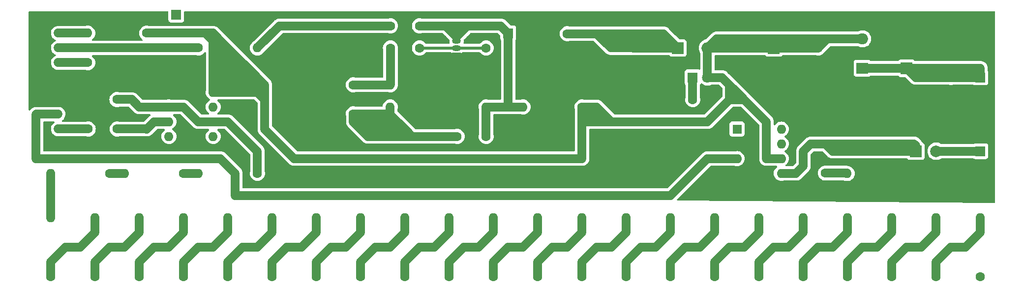
<source format=gbl>
%TF.GenerationSoftware,KiCad,Pcbnew,7.0.7*%
%TF.CreationDate,2023-11-25T21:21:33+09:00*%
%TF.ProjectId,StylophoneV1,5374796c-6f70-4686-9f6e-6556312e6b69,rev?*%
%TF.SameCoordinates,Original*%
%TF.FileFunction,Copper,L2,Bot*%
%TF.FilePolarity,Positive*%
%FSLAX46Y46*%
G04 Gerber Fmt 4.6, Leading zero omitted, Abs format (unit mm)*
G04 Created by KiCad (PCBNEW 7.0.7) date 2023-11-25 21:21:33*
%MOMM*%
%LPD*%
G01*
G04 APERTURE LIST*
%TA.AperFunction,ComponentPad*%
%ADD10R,1.700000X1.700000*%
%TD*%
%TA.AperFunction,ComponentPad*%
%ADD11O,1.700000X1.700000*%
%TD*%
%TA.AperFunction,ComponentPad*%
%ADD12O,2.000000X1.905000*%
%TD*%
%TA.AperFunction,ComponentPad*%
%ADD13R,2.000000X1.905000*%
%TD*%
%TA.AperFunction,ComponentPad*%
%ADD14O,1.600000X1.600000*%
%TD*%
%TA.AperFunction,ComponentPad*%
%ADD15R,1.600000X1.600000*%
%TD*%
%TA.AperFunction,ComponentPad*%
%ADD16C,1.600000*%
%TD*%
%TA.AperFunction,ComponentPad*%
%ADD17C,1.240000*%
%TD*%
%TA.AperFunction,ComponentPad*%
%ADD18O,1.500000X1.050000*%
%TD*%
%TA.AperFunction,ComponentPad*%
%ADD19R,1.500000X1.050000*%
%TD*%
%TA.AperFunction,ComponentPad*%
%ADD20C,1.800000*%
%TD*%
%TA.AperFunction,ComponentPad*%
%ADD21R,1.800000X1.800000*%
%TD*%
%TA.AperFunction,ComponentPad*%
%ADD22O,2.000000X2.000000*%
%TD*%
%TA.AperFunction,ComponentPad*%
%ADD23R,2.000000X2.000000*%
%TD*%
%TA.AperFunction,ComponentPad*%
%ADD24C,2.000000*%
%TD*%
%TA.AperFunction,Conductor*%
%ADD25C,1.500000*%
%TD*%
%TA.AperFunction,Conductor*%
%ADD26C,0.500000*%
%TD*%
G04 APERTURE END LIST*
D10*
%TO.P,J2,1,Pin_1*%
%TO.N,Stylus*%
X90170000Y-66675000D03*
%TD*%
%TO.P,LS1,1,1*%
%TO.N,Net-(C9-Pad2)*%
X228600000Y-90170000D03*
D11*
%TO.P,LS1,2,2*%
%TO.N,GND*%
X228600000Y-92710000D03*
%TD*%
D10*
%TO.P,J1,1,Pin_1*%
%TO.N,VCC*%
X228600000Y-77465000D03*
D11*
%TO.P,J1,2,Pin_2*%
%TO.N,GND*%
X228600000Y-80005000D03*
%TD*%
D12*
%TO.P,U3,3,VO*%
%TO.N,+5V*%
X208280000Y-70810000D03*
%TO.P,U3,2,GND*%
%TO.N,GND*%
X208280000Y-73350000D03*
D13*
%TO.P,U3,1,VI*%
%TO.N,VCC*%
X208280000Y-75890000D03*
%TD*%
D14*
%TO.P,U2,8,GAIN*%
%TO.N,unconnected-(U2-GAIN-Pad8)*%
X194320000Y-86370000D03*
%TO.P,U2,7,BYPASS*%
%TO.N,unconnected-(U2-BYPASS-Pad7)*%
X194320000Y-88910000D03*
%TO.P,U2,6,V+*%
%TO.N,+5V*%
X194320000Y-91450000D03*
%TO.P,U2,5*%
%TO.N,Net-(C10-Pad1)*%
X194320000Y-93990000D03*
%TO.P,U2,4,GND*%
%TO.N,GND*%
X186700000Y-93990000D03*
%TO.P,U2,3,+*%
%TO.N,Net-(R33-WIPER)*%
X186700000Y-91450000D03*
%TO.P,U2,2,-*%
%TO.N,GND*%
X186700000Y-88910000D03*
D15*
%TO.P,U2,1,GAIN*%
%TO.N,unconnected-(U2-GAIN-Pad1)*%
X186700000Y-86370000D03*
%TD*%
D14*
%TO.P,U1,8,VCC*%
%TO.N,+5V*%
X96520000Y-80010000D03*
%TO.P,U1,7,DIS*%
%TO.N,unconnected-(U1-DIS-Pad7)*%
X96520000Y-82550000D03*
%TO.P,U1,6,THR*%
%TO.N,Net-(U1-THR)*%
X96520000Y-85090000D03*
%TO.P,U1,5,CV*%
%TO.N,Net-(U1-CV)*%
X96520000Y-87630000D03*
%TO.P,U1,4,R*%
%TO.N,+5V*%
X88900000Y-87630000D03*
%TO.P,U1,3,Q*%
%TO.N,Stylus*%
X88900000Y-85090000D03*
%TO.P,U1,2,TR*%
%TO.N,Net-(U1-THR)*%
X88900000Y-82550000D03*
D15*
%TO.P,U1,1,GND*%
%TO.N,GND*%
X88900000Y-80010000D03*
%TD*%
D11*
%TO.P,SW1,2*%
%TO.N,GND*%
X149860000Y-69850000D03*
D10*
%TO.P,SW1,1*%
%TO.N,Net-(Q1-C)*%
X147320000Y-69850000D03*
%TD*%
D14*
%TO.P,R36,2*%
%TO.N,GND*%
X168910000Y-81280000D03*
D16*
%TO.P,R36,1*%
%TO.N,Net-(D2-K)*%
X179070000Y-81280000D03*
%TD*%
D14*
%TO.P,R35,2*%
%TO.N,Net-(C10-Pad2)*%
X205660000Y-94020000D03*
D16*
%TO.P,R35,1*%
%TO.N,GND*%
X205660000Y-83860000D03*
%TD*%
D14*
%TO.P,R34,2*%
%TO.N,Net-(R32-Pad1)*%
X228600000Y-101600000D03*
D16*
%TO.P,R34,1*%
%TO.N,ps*%
X228600000Y-111760000D03*
%TD*%
D17*
%TO.P,R33,3,CW*%
%TO.N,GND*%
X69840000Y-81270000D03*
%TO.P,R33,2,WIPER*%
%TO.N,Net-(R33-WIPER)*%
X69840000Y-83810000D03*
%TO.P,R33,1,CCW*%
%TO.N,Net-(R33-CCW)*%
X69840000Y-86350000D03*
%TD*%
D14*
%TO.P,R32,2*%
%TO.N,Net-(R31-Pad1)*%
X220980000Y-101600000D03*
D16*
%TO.P,R32,1*%
%TO.N,Net-(R32-Pad1)*%
X220980000Y-111760000D03*
%TD*%
D14*
%TO.P,R31,2*%
%TO.N,Net-(R30-Pad1)*%
X213360000Y-101600000D03*
D16*
%TO.P,R31,1*%
%TO.N,Net-(R31-Pad1)*%
X213360000Y-111760000D03*
%TD*%
D14*
%TO.P,R30,2*%
%TO.N,Net-(R29-Pad1)*%
X205740000Y-101600000D03*
D16*
%TO.P,R30,1*%
%TO.N,Net-(R30-Pad1)*%
X205740000Y-111760000D03*
%TD*%
D14*
%TO.P,R29,2*%
%TO.N,Net-(R28-Pad1)*%
X198120000Y-101600000D03*
D16*
%TO.P,R29,1*%
%TO.N,Net-(R29-Pad1)*%
X198120000Y-111760000D03*
%TD*%
D14*
%TO.P,R28,2*%
%TO.N,Net-(R27-Pad1)*%
X190500000Y-101600000D03*
D16*
%TO.P,R28,1*%
%TO.N,Net-(R28-Pad1)*%
X190500000Y-111760000D03*
%TD*%
D14*
%TO.P,R27,2*%
%TO.N,Net-(R26-Pad1)*%
X182880000Y-101600000D03*
D16*
%TO.P,R27,1*%
%TO.N,Net-(R27-Pad1)*%
X182880000Y-111760000D03*
%TD*%
D14*
%TO.P,R26,2*%
%TO.N,Net-(R25-Pad1)*%
X175260000Y-101600000D03*
D16*
%TO.P,R26,1*%
%TO.N,Net-(R26-Pad1)*%
X175260000Y-111760000D03*
%TD*%
D14*
%TO.P,R25,2*%
%TO.N,Net-(R24-Pad1)*%
X167640000Y-101600000D03*
D16*
%TO.P,R25,1*%
%TO.N,Net-(R25-Pad1)*%
X167640000Y-111760000D03*
%TD*%
D14*
%TO.P,R24,2*%
%TO.N,Net-(R23-Pad1)*%
X160020000Y-101600000D03*
D16*
%TO.P,R24,1*%
%TO.N,Net-(R24-Pad1)*%
X160020000Y-111760000D03*
%TD*%
D14*
%TO.P,R23,2*%
%TO.N,Net-(R22-Pad1)*%
X152400000Y-101600000D03*
D16*
%TO.P,R23,1*%
%TO.N,Net-(R23-Pad1)*%
X152400000Y-111760000D03*
%TD*%
D14*
%TO.P,R22,2*%
%TO.N,Net-(R21-Pad1)*%
X144780000Y-101600000D03*
D16*
%TO.P,R22,1*%
%TO.N,Net-(R22-Pad1)*%
X144780000Y-111760000D03*
%TD*%
D14*
%TO.P,R21,2*%
%TO.N,Net-(R20-Pad1)*%
X137160000Y-101600000D03*
D16*
%TO.P,R21,1*%
%TO.N,Net-(R21-Pad1)*%
X137160000Y-111760000D03*
%TD*%
D14*
%TO.P,R20,2*%
%TO.N,Net-(R19-Pad1)*%
X129540000Y-101600000D03*
D16*
%TO.P,R20,1*%
%TO.N,Net-(R20-Pad1)*%
X129540000Y-111760000D03*
%TD*%
D14*
%TO.P,R19,2*%
%TO.N,Net-(R18-Pad1)*%
X121920000Y-101600000D03*
D16*
%TO.P,R19,1*%
%TO.N,Net-(R19-Pad1)*%
X121920000Y-111760000D03*
%TD*%
D14*
%TO.P,R18,2*%
%TO.N,Net-(R17-Pad1)*%
X114300000Y-101600000D03*
D16*
%TO.P,R18,1*%
%TO.N,Net-(R18-Pad1)*%
X114300000Y-111760000D03*
%TD*%
D14*
%TO.P,R17,2*%
%TO.N,Net-(R16-Pad1)*%
X106680000Y-101600000D03*
D16*
%TO.P,R17,1*%
%TO.N,Net-(R17-Pad1)*%
X106680000Y-111760000D03*
%TD*%
D14*
%TO.P,R16,2*%
%TO.N,Net-(R15-Pad1)*%
X99060000Y-101600000D03*
D16*
%TO.P,R16,1*%
%TO.N,Net-(R16-Pad1)*%
X99060000Y-111760000D03*
%TD*%
D14*
%TO.P,R15,2*%
%TO.N,Net-(R14-Pad1)*%
X91440000Y-101600000D03*
D16*
%TO.P,R15,1*%
%TO.N,Net-(R15-Pad1)*%
X91440000Y-111760000D03*
%TD*%
D14*
%TO.P,R14,2*%
%TO.N,Net-(R13-Pad1)*%
X83820000Y-101600000D03*
D16*
%TO.P,R14,1*%
%TO.N,Net-(R14-Pad1)*%
X83820000Y-111760000D03*
%TD*%
D14*
%TO.P,R13,2*%
%TO.N,Net-(R12-Pad1)*%
X76200000Y-101600000D03*
D16*
%TO.P,R13,1*%
%TO.N,Net-(R13-Pad1)*%
X76200000Y-111760000D03*
%TD*%
D14*
%TO.P,R12,2*%
%TO.N,Net-(R11-Pad2)*%
X68580000Y-101600000D03*
D16*
%TO.P,R12,1*%
%TO.N,Net-(R12-Pad1)*%
X68580000Y-111760000D03*
%TD*%
D14*
%TO.P,R11,2*%
%TO.N,Net-(R11-Pad2)*%
X68580000Y-93980000D03*
D16*
%TO.P,R11,1*%
%TO.N,Net-(R10-Pad2)*%
X78740000Y-93980000D03*
%TD*%
D14*
%TO.P,R10,2*%
%TO.N,Net-(R10-Pad2)*%
X81280000Y-93980000D03*
D16*
%TO.P,R10,1*%
%TO.N,Net-(R10-Pad1)*%
X91440000Y-93980000D03*
%TD*%
D14*
%TO.P,R9,2*%
%TO.N,Net-(R10-Pad1)*%
X93980000Y-93980000D03*
D16*
%TO.P,R9,1*%
%TO.N,Net-(U1-THR)*%
X104140000Y-93980000D03*
%TD*%
D14*
%TO.P,R8,2*%
%TO.N,Net-(C5-Pad2)*%
X127000000Y-78740000D03*
D16*
%TO.P,R8,1*%
%TO.N,GND*%
X137160000Y-78740000D03*
%TD*%
D14*
%TO.P,R7,2*%
%TO.N,Net-(C4-Pad2)*%
X127000000Y-82550000D03*
D16*
%TO.P,R7,1*%
%TO.N,GND*%
X137160000Y-82550000D03*
%TD*%
D14*
%TO.P,R6,2*%
%TO.N,Net-(Q1-C)*%
X143510000Y-82550000D03*
D16*
%TO.P,R6,1*%
%TO.N,Net-(Q1-B)*%
X143510000Y-72390000D03*
%TD*%
D14*
%TO.P,R5,2*%
%TO.N,Net-(Q1-C)*%
X149860000Y-82550000D03*
D16*
%TO.P,R5,1*%
%TO.N,+5V*%
X160020000Y-82550000D03*
%TD*%
D14*
%TO.P,R4,2*%
%TO.N,Net-(U1-CV)*%
X104130000Y-72380000D03*
D16*
%TO.P,R4,1*%
%TO.N,Net-(R2-WIPER)*%
X93970000Y-72380000D03*
%TD*%
D14*
%TO.P,R3,2*%
%TO.N,GND*%
X85080000Y-74920000D03*
D16*
%TO.P,R3,1*%
%TO.N,Net-(R2-CCW)*%
X74920000Y-74920000D03*
%TD*%
D17*
%TO.P,R2,3,CW*%
%TO.N,Net-(R2-CW)*%
X69840000Y-69840000D03*
%TO.P,R2,2,WIPER*%
%TO.N,Net-(R2-WIPER)*%
X69840000Y-72380000D03*
%TO.P,R2,1,CCW*%
%TO.N,Net-(R2-CCW)*%
X69840000Y-74920000D03*
%TD*%
D14*
%TO.P,R1,2*%
%TO.N,Net-(R2-CW)*%
X74920000Y-69840000D03*
D16*
%TO.P,R1,1*%
%TO.N,+5V*%
X85080000Y-69840000D03*
%TD*%
D18*
%TO.P,Q1,3,C*%
%TO.N,Net-(Q1-C)*%
X138430000Y-71120000D03*
%TO.P,Q1,2,B*%
%TO.N,Net-(Q1-B)*%
X138430000Y-72390000D03*
D19*
%TO.P,Q1,1,E*%
%TO.N,GND*%
X138430000Y-73660000D03*
%TD*%
D20*
%TO.P,D2,2,A*%
%TO.N,+5V*%
X181610000Y-77470000D03*
D21*
%TO.P,D2,1,K*%
%TO.N,Net-(D2-K)*%
X179070000Y-77470000D03*
%TD*%
D22*
%TO.P,D1,2,A*%
%TO.N,+5V*%
X181610000Y-72390000D03*
D23*
%TO.P,D1,1,K*%
%TO.N,Net-(D1-K)*%
X176530000Y-72390000D03*
%TD*%
D16*
%TO.P,C14,2*%
%TO.N,GND*%
X223520000Y-72470000D03*
%TO.P,C14,1*%
%TO.N,VCC*%
X223520000Y-77470000D03*
%TD*%
%TO.P,C13,2*%
%TO.N,GND*%
X200660000Y-77390000D03*
%TO.P,C13,1*%
%TO.N,+5V*%
X200660000Y-72390000D03*
%TD*%
D24*
%TO.P,C12,2*%
%TO.N,GND*%
X215900000Y-72390000D03*
D23*
%TO.P,C12,1*%
%TO.N,VCC*%
X215900000Y-75890000D03*
%TD*%
D24*
%TO.P,C11,2*%
%TO.N,GND*%
X193040000Y-75890000D03*
D23*
%TO.P,C11,1*%
%TO.N,+5V*%
X193040000Y-72390000D03*
%TD*%
D16*
%TO.P,C10,2*%
%TO.N,Net-(C10-Pad2)*%
X201930000Y-93940000D03*
%TO.P,C10,1*%
%TO.N,Net-(C10-Pad1)*%
X201930000Y-88940000D03*
%TD*%
D23*
%TO.P,C9,1*%
%TO.N,Net-(C10-Pad1)*%
X217480000Y-90170000D03*
D24*
%TO.P,C9,2*%
%TO.N,Net-(C9-Pad2)*%
X220980000Y-90170000D03*
%TD*%
D16*
%TO.P,C8,1*%
%TO.N,Net-(R33-CCW)*%
X75000000Y-86350000D03*
%TO.P,C8,2*%
%TO.N,Stylus*%
X80000000Y-86350000D03*
%TD*%
%TO.P,C7,2*%
%TO.N,Net-(U1-THR)*%
X79960000Y-81270000D03*
%TO.P,C7,1*%
%TO.N,GND*%
X74960000Y-81270000D03*
%TD*%
%TO.P,C6,2*%
%TO.N,Net-(Q1-B)*%
X132040000Y-72390000D03*
%TO.P,C6,1*%
%TO.N,Net-(C5-Pad2)*%
X127040000Y-72390000D03*
%TD*%
%TO.P,C5,2*%
%TO.N,Net-(C5-Pad2)*%
X120650000Y-78740000D03*
%TO.P,C5,1*%
%TO.N,Net-(C4-Pad2)*%
X120650000Y-83740000D03*
%TD*%
%TO.P,C4,2*%
%TO.N,Net-(C4-Pad2)*%
X138510000Y-87630000D03*
%TO.P,C4,1*%
%TO.N,Net-(Q1-C)*%
X143510000Y-87630000D03*
%TD*%
%TO.P,C3,2*%
%TO.N,Net-(Q1-C)*%
X132040000Y-68580000D03*
%TO.P,C3,1*%
%TO.N,Net-(U1-CV)*%
X127040000Y-68580000D03*
%TD*%
%TO.P,C2,2*%
%TO.N,GND*%
X166370000Y-74850000D03*
D15*
%TO.P,C2,1*%
%TO.N,Net-(D1-K)*%
X166370000Y-72350000D03*
%TD*%
D16*
%TO.P,C1,2*%
%TO.N,GND*%
X157480000Y-74930000D03*
%TO.P,C1,1*%
%TO.N,Net-(D1-K)*%
X157480000Y-69930000D03*
%TD*%
D25*
%TO.N,VCC*%
X227025000Y-77465000D02*
X227020000Y-77470000D01*
X228600000Y-77465000D02*
X227025000Y-77465000D01*
X228600000Y-75890000D02*
X228600000Y-77465000D01*
%TO.N,Net-(D2-K)*%
X179070000Y-77470000D02*
X179070000Y-81280000D01*
%TO.N,Net-(Q1-C)*%
X139700000Y-68580000D02*
X138430000Y-69850000D01*
X139700000Y-68580000D02*
X138430000Y-68580000D01*
X140970000Y-68580000D02*
X139700000Y-68580000D01*
X137160000Y-68580000D02*
X138430000Y-69850000D01*
D26*
X138430000Y-69850000D02*
X139700000Y-69850000D01*
X137160000Y-69850000D02*
X138430000Y-69850000D01*
D25*
X137160000Y-68580000D02*
X132040000Y-68580000D01*
X138430000Y-68580000D02*
X137160000Y-68580000D01*
D26*
X138430000Y-71120000D02*
X137160000Y-69850000D01*
X138430000Y-71120000D02*
X139700000Y-69850000D01*
X135890000Y-68580000D02*
X137160000Y-69850000D01*
X139700000Y-69850000D02*
X140970000Y-68580000D01*
D25*
X146050000Y-68580000D02*
X140970000Y-68580000D01*
D26*
X138430000Y-71120000D02*
X138430000Y-68580000D01*
D25*
X147320000Y-82550000D02*
X147320000Y-69850000D01*
X147320000Y-82550000D02*
X149860000Y-82550000D01*
X147320000Y-69850000D02*
X146050000Y-68580000D01*
X143510000Y-82550000D02*
X147320000Y-82550000D01*
D26*
%TO.N,Net-(Q1-B)*%
X138430000Y-72390000D02*
X143510000Y-72390000D01*
X138430000Y-72390000D02*
X132040000Y-72390000D01*
%TO.N,Net-(Q1-C)*%
X132040000Y-68580000D02*
X135890000Y-68580000D01*
D25*
%TO.N,Net-(U1-CV)*%
X107930000Y-68580000D02*
X104130000Y-72380000D01*
X127040000Y-68580000D02*
X107930000Y-68580000D01*
%TO.N,Net-(C5-Pad2)*%
X127040000Y-78700000D02*
X127000000Y-78740000D01*
X127040000Y-72390000D02*
X127040000Y-78700000D01*
X127000000Y-78740000D02*
X120650000Y-78740000D01*
%TO.N,Net-(C4-Pad2)*%
X129540000Y-86360000D02*
X129540000Y-87630000D01*
X128905000Y-85725000D02*
X129540000Y-86360000D01*
X129540000Y-87630000D02*
X128270000Y-87630000D01*
X130810000Y-87630000D02*
X129540000Y-87630000D01*
X128270000Y-85090000D02*
X127000000Y-86360000D01*
X128270000Y-85090000D02*
X128905000Y-85725000D01*
X127000000Y-83820000D02*
X128270000Y-85090000D01*
X128905000Y-85725000D02*
X127635000Y-86995000D01*
X127000000Y-86360000D02*
X127635000Y-86995000D01*
X128905000Y-85725000D02*
X130810000Y-87630000D01*
X127635000Y-86995000D02*
X128270000Y-87630000D01*
X127000000Y-85090000D02*
X127000000Y-86360000D01*
X128270000Y-87630000D02*
X127000000Y-87630000D01*
X127000000Y-82550000D02*
X127000000Y-83820000D01*
X138510000Y-87630000D02*
X130810000Y-87630000D01*
X121920000Y-86360000D02*
X127000000Y-86360000D01*
X127000000Y-86360000D02*
X127000000Y-87630000D01*
X121920000Y-86360000D02*
X123190000Y-87630000D01*
X120650000Y-85090000D02*
X121920000Y-86360000D01*
X120650000Y-85090000D02*
X127000000Y-85090000D01*
X127000000Y-83820000D02*
X127000000Y-85090000D01*
X120650000Y-83740000D02*
X120650000Y-85090000D01*
X127000000Y-87630000D02*
X123190000Y-87630000D01*
X120650000Y-83740000D02*
X126920000Y-83740000D01*
X126920000Y-83740000D02*
X127000000Y-83820000D01*
%TO.N,Net-(Q1-C)*%
X143510000Y-87630000D02*
X143510000Y-82550000D01*
%TO.N,Net-(U1-THR)*%
X93980000Y-85090000D02*
X96520000Y-85090000D01*
X91440000Y-82550000D02*
X93980000Y-85090000D01*
X88900000Y-82550000D02*
X91440000Y-82550000D01*
X79960000Y-81270000D02*
X82540000Y-81270000D01*
X82540000Y-81270000D02*
X83820000Y-82550000D01*
X83820000Y-82550000D02*
X88900000Y-82550000D01*
%TO.N,Net-(R11-Pad2)*%
X68580000Y-93980000D02*
X68580000Y-101600000D01*
%TO.N,Net-(R33-WIPER)*%
X181600000Y-91450000D02*
X186700000Y-91450000D01*
X175260000Y-97790000D02*
X181600000Y-91450000D01*
X97790000Y-91440000D02*
X100330000Y-93980000D01*
X66040000Y-91440000D02*
X97790000Y-91440000D01*
X66040000Y-83820000D02*
X66040000Y-91440000D01*
X100330000Y-97790000D02*
X175260000Y-97790000D01*
X66050000Y-83810000D02*
X66040000Y-83820000D01*
X100330000Y-93980000D02*
X100330000Y-97790000D01*
X69840000Y-83810000D02*
X66050000Y-83810000D01*
%TO.N,Net-(R33-CCW)*%
X75000000Y-86350000D02*
X69840000Y-86350000D01*
%TO.N,Stylus*%
X86360000Y-85090000D02*
X88900000Y-85090000D01*
X85090000Y-86360000D02*
X86360000Y-85090000D01*
X85080000Y-86350000D02*
X85090000Y-86360000D01*
X80000000Y-86350000D02*
X85080000Y-86350000D01*
%TO.N,Net-(U1-THR)*%
X104140000Y-90170000D02*
X99060000Y-85090000D01*
X99060000Y-85090000D02*
X96520000Y-85090000D01*
X104140000Y-93980000D02*
X104140000Y-90170000D01*
%TO.N,Net-(R10-Pad1)*%
X91440000Y-93980000D02*
X93980000Y-93980000D01*
%TO.N,Net-(R10-Pad2)*%
X78740000Y-93980000D02*
X81280000Y-93980000D01*
%TO.N,Net-(R2-CCW)*%
X74920000Y-74920000D02*
X69840000Y-74920000D01*
%TO.N,Net-(R2-CW)*%
X74920000Y-69840000D02*
X69840000Y-69840000D01*
%TO.N,Net-(R2-WIPER)*%
X93970000Y-72380000D02*
X69840000Y-72380000D01*
%TO.N,+5V*%
X95250000Y-69850000D02*
X96520000Y-71120000D01*
X96520000Y-80010000D02*
X96520000Y-71120000D01*
X95250000Y-69840000D02*
X95250000Y-69850000D01*
X95250000Y-69840000D02*
X96510000Y-69840000D01*
X85080000Y-69840000D02*
X95250000Y-69840000D01*
X96520000Y-71120000D02*
X96520000Y-69850000D01*
X102235000Y-76835000D02*
X102235000Y-75565000D01*
X102235000Y-75565000D02*
X103505000Y-76835000D01*
X102870000Y-77470000D02*
X102235000Y-76835000D01*
X101600000Y-74930000D02*
X102235000Y-75565000D01*
X102870000Y-80010000D02*
X102870000Y-77470000D01*
X103505000Y-76835000D02*
X104140000Y-77470000D01*
X102870000Y-80010000D02*
X101600000Y-80010000D01*
X102870000Y-77470000D02*
X103505000Y-76835000D01*
X104140000Y-80010000D02*
X102870000Y-80010000D01*
X101600000Y-80010000D02*
X101600000Y-74930000D01*
X104140000Y-77470000D02*
X104140000Y-80010000D01*
X101600000Y-74930000D02*
X105410000Y-78740000D01*
X100330000Y-73660000D02*
X101600000Y-74930000D01*
X105410000Y-78740000D02*
X105410000Y-81280000D01*
X99060000Y-80010000D02*
X99060000Y-72390000D01*
X99060000Y-72390000D02*
X100330000Y-73660000D01*
X97790000Y-71120000D02*
X99060000Y-72390000D01*
X97790000Y-71120000D02*
X97790000Y-80010000D01*
X99060000Y-80010000D02*
X97790000Y-80010000D01*
X97790000Y-80010000D02*
X96520000Y-80010000D01*
X96510000Y-69840000D02*
X97790000Y-71120000D01*
X96520000Y-69850000D02*
X96510000Y-69840000D01*
X104140000Y-80010000D02*
X105410000Y-81280000D01*
X105410000Y-86360000D02*
X105410000Y-81280000D01*
X101600000Y-80010000D02*
X100330000Y-80010000D01*
X100330000Y-78740000D02*
X101600000Y-80010000D01*
X99060000Y-80010000D02*
X100330000Y-78740000D01*
X100330000Y-73660000D02*
X100330000Y-78740000D01*
X100330000Y-80010000D02*
X99060000Y-80010000D01*
X100330000Y-78740000D02*
X100330000Y-80010000D01*
X110490000Y-91440000D02*
X105410000Y-86360000D01*
X160020000Y-82550000D02*
X160020000Y-91440000D01*
X160020000Y-91440000D02*
X110490000Y-91440000D01*
X162560000Y-82550000D02*
X165100000Y-85090000D01*
X165100000Y-85090000D02*
X181610000Y-85090000D01*
X160020000Y-85090000D02*
X165100000Y-85090000D01*
X160020000Y-83820000D02*
X162560000Y-83820000D01*
X162560000Y-83820000D02*
X162560000Y-85090000D01*
X162560000Y-82550000D02*
X162560000Y-83820000D01*
X160020000Y-83820000D02*
X160020000Y-85090000D01*
X160020000Y-82550000D02*
X160020000Y-83820000D01*
X160020000Y-82550000D02*
X162560000Y-82550000D01*
X187960000Y-81280000D02*
X187325000Y-80645000D01*
X191770000Y-85090000D02*
X187960000Y-81280000D01*
X185420000Y-81280000D02*
X187960000Y-81280000D01*
X185420000Y-81280000D02*
X185420000Y-78740000D01*
X187325000Y-80645000D02*
X185420000Y-78740000D01*
X185420000Y-81280000D02*
X186055000Y-80645000D01*
X181610000Y-85090000D02*
X185420000Y-81280000D01*
X185420000Y-78740000D02*
X184150000Y-77470000D01*
X186055000Y-80645000D02*
X187325000Y-80645000D01*
%TO.N,Net-(C9-Pad2)*%
X220980000Y-90170000D02*
X228600000Y-90170000D01*
%TO.N,Net-(C10-Pad1)*%
X217480000Y-89210000D02*
X217480000Y-90170000D01*
X217170000Y-88900000D02*
X217480000Y-89210000D01*
X217130000Y-88940000D02*
X201930000Y-88940000D01*
X217170000Y-88900000D02*
X217130000Y-88940000D01*
X203160000Y-90170000D02*
X201930000Y-88940000D01*
X217480000Y-90170000D02*
X203160000Y-90170000D01*
X198120000Y-92710000D02*
X198120000Y-90170000D01*
X199350000Y-88940000D02*
X201930000Y-88940000D01*
X196840000Y-93990000D02*
X198120000Y-92710000D01*
X198120000Y-90170000D02*
X199350000Y-88940000D01*
X194320000Y-93990000D02*
X196840000Y-93990000D01*
%TO.N,Net-(C10-Pad2)*%
X205580000Y-93940000D02*
X205660000Y-94020000D01*
X201930000Y-93940000D02*
X205580000Y-93940000D01*
%TO.N,+5V*%
X184150000Y-77470000D02*
X181610000Y-77470000D01*
X191770000Y-91440000D02*
X191770000Y-85090000D01*
X191780000Y-91450000D02*
X191770000Y-91440000D01*
X194320000Y-91450000D02*
X191780000Y-91450000D01*
%TO.N,Net-(D1-K)*%
X175260000Y-71120000D02*
X176530000Y-72390000D01*
X174070000Y-69930000D02*
X175260000Y-71120000D01*
X166370000Y-71120000D02*
X166370000Y-69930000D01*
X166370000Y-72350000D02*
X166370000Y-71120000D01*
X166370000Y-71120000D02*
X175260000Y-71120000D01*
X168870000Y-72350000D02*
X168910000Y-72390000D01*
X166370000Y-72350000D02*
X168870000Y-72350000D01*
X176530000Y-72390000D02*
X168910000Y-72390000D01*
X163950000Y-69930000D02*
X166370000Y-72350000D01*
X163830000Y-69930000D02*
X163950000Y-69930000D01*
X163830000Y-69930000D02*
X166370000Y-69930000D01*
X162560000Y-69930000D02*
X163830000Y-69930000D01*
X157480000Y-69930000D02*
X162560000Y-69930000D01*
X166370000Y-72350000D02*
X164980000Y-72350000D01*
X164980000Y-72350000D02*
X162560000Y-69930000D01*
X166370000Y-69930000D02*
X174070000Y-69930000D01*
%TO.N,+5V*%
X181610000Y-72390000D02*
X181610000Y-77470000D01*
X184150000Y-72390000D02*
X185420000Y-72390000D01*
X181610000Y-72390000D02*
X184150000Y-72390000D01*
X184150000Y-70810000D02*
X183190000Y-70810000D01*
X185420000Y-70810000D02*
X184150000Y-70810000D01*
X184150000Y-70810000D02*
X184150000Y-72390000D01*
X185420000Y-70810000D02*
X185420000Y-72390000D01*
X185420000Y-72390000D02*
X186690000Y-72390000D01*
X186690000Y-70810000D02*
X185420000Y-70810000D01*
X187960000Y-70810000D02*
X186690000Y-70810000D01*
X186690000Y-72390000D02*
X189230000Y-72390000D01*
X186690000Y-72390000D02*
X186690000Y-70810000D01*
X189230000Y-70810000D02*
X189230000Y-72390000D01*
X187960000Y-70810000D02*
X187960000Y-71120000D01*
X189230000Y-72390000D02*
X191770000Y-72390000D01*
X187960000Y-71120000D02*
X189230000Y-72390000D01*
X189230000Y-70810000D02*
X187960000Y-70810000D01*
X190190000Y-70810000D02*
X191770000Y-72390000D01*
X189230000Y-70810000D02*
X190190000Y-70810000D01*
X191770000Y-72390000D02*
X194310000Y-72390000D01*
X190500000Y-70810000D02*
X189230000Y-70810000D01*
X191460000Y-70810000D02*
X193040000Y-72390000D01*
X190500000Y-70810000D02*
X191460000Y-70810000D01*
X193040000Y-70810000D02*
X190500000Y-70810000D01*
X193040000Y-72390000D02*
X193040000Y-70810000D01*
X194310000Y-70810000D02*
X193040000Y-70810000D01*
X194310000Y-72390000D02*
X196850000Y-72390000D01*
X195580000Y-70810000D02*
X194310000Y-70810000D01*
X194310000Y-70810000D02*
X194310000Y-72390000D01*
X196850000Y-72390000D02*
X198120000Y-72390000D01*
X195580000Y-71120000D02*
X196850000Y-72390000D01*
X196850000Y-70810000D02*
X195580000Y-70810000D01*
X195580000Y-70810000D02*
X195580000Y-71120000D01*
X196850000Y-70810000D02*
X196850000Y-71120000D01*
X198120000Y-72390000D02*
X199390000Y-72390000D01*
X198120000Y-70810000D02*
X196850000Y-70810000D01*
X196850000Y-71120000D02*
X198120000Y-72390000D01*
X199390000Y-72390000D02*
X200660000Y-72390000D01*
X198120000Y-70810000D02*
X198120000Y-71120000D01*
X198120000Y-71120000D02*
X199390000Y-72390000D01*
X199390000Y-70810000D02*
X198120000Y-70810000D01*
X199390000Y-71120000D02*
X200660000Y-72390000D01*
X199390000Y-70810000D02*
X199390000Y-71120000D01*
X201930000Y-70810000D02*
X199390000Y-70810000D01*
X201930000Y-71120000D02*
X201930000Y-70810000D01*
X200660000Y-72390000D02*
X201930000Y-71120000D01*
X208280000Y-70810000D02*
X201930000Y-70810000D01*
X183190000Y-70810000D02*
X181610000Y-72390000D01*
%TO.N,VCC*%
X215900000Y-75890000D02*
X217480000Y-77470000D01*
X208280000Y-75890000D02*
X215900000Y-75890000D01*
X226060000Y-76510000D02*
X227020000Y-77470000D01*
X226060000Y-75890000D02*
X224790000Y-75890000D01*
X226060000Y-75890000D02*
X226060000Y-76510000D01*
X228600000Y-75890000D02*
X226060000Y-75890000D01*
X224790000Y-75890000D02*
X224790000Y-77470000D01*
X224790000Y-77470000D02*
X227020000Y-77470000D01*
X224790000Y-75890000D02*
X223520000Y-75890000D01*
X223520000Y-77470000D02*
X224790000Y-77470000D01*
X223520000Y-75890000D02*
X223520000Y-77470000D01*
X223520000Y-75890000D02*
X222250000Y-75890000D01*
X222250000Y-75890000D02*
X222250000Y-77470000D01*
X223520000Y-77470000D02*
X222250000Y-77470000D01*
X222250000Y-75890000D02*
X220980000Y-75890000D01*
X222250000Y-77470000D02*
X220980000Y-77470000D01*
X220980000Y-75890000D02*
X220980000Y-77470000D01*
X220980000Y-77470000D02*
X219710000Y-77470000D01*
X220980000Y-75890000D02*
X219710000Y-75890000D01*
X219710000Y-75890000D02*
X219710000Y-77470000D01*
X219710000Y-75890000D02*
X218440000Y-75890000D01*
X219710000Y-77470000D02*
X218440000Y-77470000D01*
X218440000Y-75890000D02*
X218440000Y-77470000D01*
X218440000Y-77470000D02*
X217480000Y-77470000D01*
X218440000Y-75890000D02*
X215900000Y-75890000D01*
X227020000Y-77470000D02*
X228600000Y-75890000D01*
%TO.N,Net-(R32-Pad1)*%
X228600000Y-104140000D02*
X228600000Y-101600000D01*
X226060000Y-106680000D02*
X228600000Y-104140000D01*
X223520000Y-106680000D02*
X226060000Y-106680000D01*
X220980000Y-109220000D02*
X223520000Y-106680000D01*
X220980000Y-111760000D02*
X220980000Y-109220000D01*
%TO.N,Net-(R31-Pad1)*%
X218440000Y-106680000D02*
X220980000Y-104140000D01*
X215900000Y-106680000D02*
X218440000Y-106680000D01*
X213360000Y-109220000D02*
X215900000Y-106680000D01*
X220980000Y-104140000D02*
X220980000Y-101600000D01*
X213360000Y-111760000D02*
X213360000Y-109220000D01*
%TO.N,Net-(R30-Pad1)*%
X213360000Y-104140000D02*
X213360000Y-101600000D01*
X210820000Y-106680000D02*
X213360000Y-104140000D01*
X208280000Y-106680000D02*
X210820000Y-106680000D01*
X205740000Y-109220000D02*
X208280000Y-106680000D01*
X205740000Y-111760000D02*
X205740000Y-109220000D01*
%TO.N,Net-(R29-Pad1)*%
X200660000Y-106680000D02*
X203200000Y-106680000D01*
X205740000Y-104140000D02*
X205740000Y-101600000D01*
X198120000Y-109220000D02*
X200660000Y-106680000D01*
X203200000Y-106680000D02*
X205740000Y-104140000D01*
X198120000Y-111760000D02*
X198120000Y-109220000D01*
%TO.N,Net-(R28-Pad1)*%
X198120000Y-104140000D02*
X198120000Y-101600000D01*
X193040000Y-106680000D02*
X195580000Y-106680000D01*
X195580000Y-106680000D02*
X198120000Y-104140000D01*
X190500000Y-109220000D02*
X193040000Y-106680000D01*
X190500000Y-111760000D02*
X190500000Y-109220000D01*
%TO.N,Net-(R27-Pad1)*%
X187960000Y-106680000D02*
X190500000Y-104140000D01*
X190500000Y-104140000D02*
X190500000Y-101600000D01*
X185420000Y-106680000D02*
X187960000Y-106680000D01*
X182880000Y-109220000D02*
X185420000Y-106680000D01*
X182880000Y-111760000D02*
X182880000Y-109220000D01*
%TO.N,Net-(R26-Pad1)*%
X182880000Y-104140000D02*
X182880000Y-101600000D01*
X177800000Y-106680000D02*
X180340000Y-106680000D01*
X175260000Y-109220000D02*
X177800000Y-106680000D01*
X175260000Y-111760000D02*
X175260000Y-109220000D01*
X180340000Y-106680000D02*
X182880000Y-104140000D01*
%TO.N,Net-(R25-Pad1)*%
X175260000Y-104140000D02*
X175260000Y-101600000D01*
X170180000Y-106680000D02*
X172720000Y-106680000D01*
X172720000Y-106680000D02*
X175260000Y-104140000D01*
X167640000Y-109220000D02*
X170180000Y-106680000D01*
X167640000Y-111760000D02*
X167640000Y-109220000D01*
%TO.N,Net-(R24-Pad1)*%
X167640000Y-104140000D02*
X167640000Y-101600000D01*
X162560000Y-106680000D02*
X165100000Y-106680000D01*
X165100000Y-106680000D02*
X167640000Y-104140000D01*
X160020000Y-109220000D02*
X162560000Y-106680000D01*
X160020000Y-111760000D02*
X160020000Y-109220000D01*
%TO.N,Net-(R23-Pad1)*%
X160020000Y-104140000D02*
X160020000Y-101600000D01*
X152400000Y-109220000D02*
X154940000Y-106680000D01*
X154940000Y-106680000D02*
X157480000Y-106680000D01*
X152400000Y-111760000D02*
X152400000Y-109220000D01*
X157480000Y-106680000D02*
X160020000Y-104140000D01*
%TO.N,Net-(R22-Pad1)*%
X152400000Y-104140000D02*
X152400000Y-101600000D01*
X149860000Y-106680000D02*
X152400000Y-104140000D01*
X147320000Y-106680000D02*
X149860000Y-106680000D01*
X144780000Y-109220000D02*
X147320000Y-106680000D01*
X144780000Y-111760000D02*
X144780000Y-109220000D01*
%TO.N,Net-(R21-Pad1)*%
X144780000Y-104140000D02*
X144780000Y-101600000D01*
X139700000Y-106680000D02*
X142240000Y-106680000D01*
X137160000Y-109220000D02*
X139700000Y-106680000D01*
X137160000Y-111760000D02*
X137160000Y-109220000D01*
X142240000Y-106680000D02*
X144780000Y-104140000D01*
%TO.N,Net-(R20-Pad1)*%
X137160000Y-104140000D02*
X137160000Y-101600000D01*
X134620000Y-106680000D02*
X137160000Y-104140000D01*
X132080000Y-106680000D02*
X134620000Y-106680000D01*
X129540000Y-109220000D02*
X132080000Y-106680000D01*
X129540000Y-111760000D02*
X129540000Y-109220000D01*
%TO.N,Net-(R19-Pad1)*%
X127000000Y-106680000D02*
X129540000Y-104140000D01*
X129540000Y-104140000D02*
X129540000Y-101600000D01*
X124460000Y-106680000D02*
X127000000Y-106680000D01*
X121920000Y-109220000D02*
X124460000Y-106680000D01*
X121920000Y-111760000D02*
X121920000Y-109220000D01*
%TO.N,Net-(R18-Pad1)*%
X121920000Y-104140000D02*
X121920000Y-101600000D01*
X114300000Y-109220000D02*
X116840000Y-106680000D01*
X119380000Y-106680000D02*
X121920000Y-104140000D01*
X116840000Y-106680000D02*
X119380000Y-106680000D01*
X114300000Y-111760000D02*
X114300000Y-109220000D01*
%TO.N,Net-(R17-Pad1)*%
X114300000Y-104140000D02*
X114300000Y-101600000D01*
X111760000Y-106680000D02*
X114300000Y-104140000D01*
X109220000Y-106680000D02*
X111760000Y-106680000D01*
X106680000Y-109220000D02*
X109220000Y-106680000D01*
X106680000Y-111760000D02*
X106680000Y-109220000D01*
%TO.N,Net-(R16-Pad1)*%
X106680000Y-104140000D02*
X106680000Y-101600000D01*
X101600000Y-106680000D02*
X104140000Y-106680000D01*
X104140000Y-106680000D02*
X106680000Y-104140000D01*
X99060000Y-109220000D02*
X101600000Y-106680000D01*
X99060000Y-111760000D02*
X99060000Y-109220000D01*
%TO.N,Net-(R15-Pad1)*%
X99060000Y-104140000D02*
X99060000Y-101600000D01*
X96520000Y-106680000D02*
X99060000Y-104140000D01*
X93980000Y-106680000D02*
X96520000Y-106680000D01*
X91440000Y-109220000D02*
X93980000Y-106680000D01*
X91440000Y-111760000D02*
X91440000Y-109220000D01*
%TO.N,Net-(R14-Pad1)*%
X91440000Y-104140000D02*
X91440000Y-101600000D01*
X86360000Y-106680000D02*
X88900000Y-106680000D01*
X83820000Y-109220000D02*
X86360000Y-106680000D01*
X88900000Y-106680000D02*
X91440000Y-104140000D01*
X83820000Y-111760000D02*
X83820000Y-109220000D01*
%TO.N,Net-(R13-Pad1)*%
X83820000Y-104140000D02*
X83820000Y-101600000D01*
X81280000Y-106680000D02*
X83820000Y-104140000D01*
X78740000Y-106680000D02*
X81280000Y-106680000D01*
X76200000Y-109220000D02*
X78740000Y-106680000D01*
X76200000Y-111760000D02*
X76200000Y-109220000D01*
%TO.N,Net-(R12-Pad1)*%
X76200000Y-104140000D02*
X76200000Y-101600000D01*
X73660000Y-106680000D02*
X76200000Y-104140000D01*
X71120000Y-106680000D02*
X73660000Y-106680000D01*
X68580000Y-109220000D02*
X71120000Y-106680000D01*
X68580000Y-111760000D02*
X68580000Y-109220000D01*
%TD*%
%TA.AperFunction,Conductor*%
%TO.N,GND*%
G36*
X88762539Y-66059685D02*
G01*
X88808294Y-66112489D01*
X88819500Y-66164000D01*
X88819500Y-67572870D01*
X88819501Y-67572876D01*
X88825908Y-67632483D01*
X88876202Y-67767328D01*
X88876206Y-67767335D01*
X88962452Y-67882544D01*
X88962455Y-67882547D01*
X89077664Y-67968793D01*
X89077671Y-67968797D01*
X89212517Y-68019091D01*
X89212516Y-68019091D01*
X89219444Y-68019835D01*
X89272127Y-68025500D01*
X91067872Y-68025499D01*
X91127483Y-68019091D01*
X91262331Y-67968796D01*
X91377546Y-67882546D01*
X91463796Y-67767331D01*
X91514091Y-67632483D01*
X91520500Y-67572873D01*
X91520499Y-66163999D01*
X91540184Y-66096961D01*
X91592987Y-66051206D01*
X91644499Y-66040000D01*
X231016000Y-66040000D01*
X231083039Y-66059685D01*
X231128794Y-66112489D01*
X231140000Y-66164000D01*
X231140000Y-98935050D01*
X231120315Y-99002089D01*
X231067511Y-99047844D01*
X231015053Y-99059046D01*
X176474180Y-98642702D01*
X176407293Y-98622507D01*
X176361943Y-98569355D01*
X176352527Y-98500123D01*
X176382037Y-98436790D01*
X176387415Y-98431058D01*
X182081654Y-92736819D01*
X182142978Y-92703334D01*
X182169336Y-92700500D01*
X186325857Y-92700500D01*
X186357949Y-92704724D01*
X186473308Y-92735635D01*
X186635230Y-92749801D01*
X186699998Y-92755468D01*
X186700000Y-92755468D01*
X186700002Y-92755468D01*
X186756672Y-92750509D01*
X186926692Y-92735635D01*
X187146496Y-92676739D01*
X187352734Y-92580568D01*
X187539139Y-92450047D01*
X187700047Y-92289139D01*
X187830568Y-92102734D01*
X187926739Y-91896496D01*
X187985635Y-91676692D01*
X188005468Y-91450000D01*
X187985635Y-91223308D01*
X187926739Y-91003504D01*
X187830568Y-90797266D01*
X187700047Y-90610861D01*
X187700045Y-90610858D01*
X187539141Y-90449954D01*
X187352734Y-90319432D01*
X187352732Y-90319431D01*
X187146497Y-90223261D01*
X187146488Y-90223258D01*
X186926697Y-90164366D01*
X186926693Y-90164365D01*
X186926692Y-90164365D01*
X186926691Y-90164364D01*
X186926686Y-90164364D01*
X186700002Y-90144532D01*
X186699998Y-90144532D01*
X186473313Y-90164364D01*
X186473302Y-90164366D01*
X186357950Y-90195275D01*
X186325857Y-90199500D01*
X181673707Y-90199500D01*
X181666768Y-90199110D01*
X181643477Y-90196486D01*
X181628176Y-90194762D01*
X181628169Y-90194761D01*
X181581224Y-90197927D01*
X181559967Y-90199360D01*
X181555812Y-90199500D01*
X181543841Y-90199500D01*
X181501875Y-90203277D01*
X181403590Y-90209903D01*
X181399349Y-90210972D01*
X181380176Y-90214230D01*
X181375808Y-90214623D01*
X181280834Y-90240835D01*
X181185319Y-90264902D01*
X181181322Y-90266718D01*
X181163059Y-90273339D01*
X181158834Y-90274505D01*
X181070064Y-90317253D01*
X180980369Y-90357995D01*
X180976775Y-90360486D01*
X180959971Y-90370271D01*
X180956031Y-90372168D01*
X180956028Y-90372170D01*
X180876323Y-90430078D01*
X180795349Y-90486177D01*
X180795343Y-90486182D01*
X180792239Y-90489286D01*
X180777465Y-90501903D01*
X180773928Y-90504473D01*
X180773921Y-90504478D01*
X180753350Y-90525994D01*
X180705846Y-90575679D01*
X177726981Y-93554545D01*
X174778345Y-96503181D01*
X174717022Y-96536666D01*
X174690664Y-96539500D01*
X101704500Y-96539500D01*
X101637461Y-96519815D01*
X101591706Y-96467011D01*
X101580500Y-96415500D01*
X101580500Y-94053696D01*
X101580889Y-94046758D01*
X101585237Y-94008172D01*
X101580639Y-93939976D01*
X101580500Y-93935821D01*
X101580500Y-93923850D01*
X101580500Y-93923845D01*
X101576721Y-93881859D01*
X101570752Y-93793313D01*
X101570097Y-93783592D01*
X101569028Y-93779350D01*
X101565768Y-93760158D01*
X101565726Y-93759699D01*
X101565377Y-93755812D01*
X101539167Y-93660844D01*
X101515096Y-93565316D01*
X101513290Y-93561340D01*
X101506654Y-93543039D01*
X101505493Y-93538830D01*
X101502927Y-93533502D01*
X101462749Y-93450071D01*
X101422012Y-93360383D01*
X101422009Y-93360378D01*
X101422007Y-93360374D01*
X101419516Y-93356780D01*
X101409726Y-93339967D01*
X101407829Y-93336027D01*
X101372402Y-93287266D01*
X101349917Y-93256317D01*
X101293825Y-93175353D01*
X101293822Y-93175349D01*
X101293819Y-93175345D01*
X101290729Y-93172255D01*
X101278093Y-93157461D01*
X101275521Y-93153921D01*
X101275519Y-93153919D01*
X101204320Y-93085846D01*
X98726356Y-90607882D01*
X98721719Y-90602693D01*
X98697507Y-90572332D01*
X98646031Y-90527359D01*
X98642997Y-90524523D01*
X98634529Y-90516055D01*
X98602181Y-90489049D01*
X98557434Y-90449954D01*
X98528002Y-90424240D01*
X98527997Y-90424236D01*
X98527996Y-90424235D01*
X98524241Y-90421991D01*
X98508373Y-90410732D01*
X98505019Y-90407932D01*
X98505018Y-90407931D01*
X98505013Y-90407927D01*
X98431188Y-90366039D01*
X98419340Y-90359316D01*
X98334764Y-90308785D01*
X98334761Y-90308783D01*
X98330669Y-90307248D01*
X98313044Y-90299002D01*
X98309245Y-90296846D01*
X98216253Y-90264307D01*
X98124029Y-90229694D01*
X98124019Y-90229691D01*
X98119723Y-90228912D01*
X98100918Y-90223949D01*
X98096784Y-90222502D01*
X98096779Y-90222501D01*
X97999472Y-90207089D01*
X97902550Y-90189500D01*
X97902547Y-90189500D01*
X97898172Y-90189500D01*
X97878769Y-90187972D01*
X97874460Y-90187289D01*
X97775978Y-90189500D01*
X67414500Y-90189500D01*
X67347461Y-90169815D01*
X67301706Y-90117011D01*
X67290500Y-90065500D01*
X67290500Y-85184500D01*
X67310185Y-85117461D01*
X67362989Y-85071706D01*
X67414500Y-85060500D01*
X69105735Y-85060500D01*
X69172774Y-85080185D01*
X69218529Y-85132989D01*
X69228473Y-85202147D01*
X69199448Y-85265703D01*
X69178620Y-85284818D01*
X69013927Y-85404473D01*
X69013925Y-85404474D01*
X68858366Y-85567176D01*
X68734363Y-85755033D01*
X68645899Y-85962004D01*
X68645896Y-85962016D01*
X68595810Y-86181457D01*
X68595808Y-86181468D01*
X68585900Y-86402100D01*
X68585710Y-86406330D01*
X68615925Y-86629387D01*
X68615926Y-86629390D01*
X68685483Y-86843465D01*
X68792146Y-87041678D01*
X68792148Y-87041681D01*
X68932489Y-87217663D01*
X68932491Y-87217664D01*
X68932492Y-87217666D01*
X69102004Y-87365765D01*
X69295236Y-87481215D01*
X69481098Y-87550970D01*
X69505976Y-87560307D01*
X69727450Y-87600500D01*
X69727453Y-87600500D01*
X74625857Y-87600500D01*
X74657949Y-87604724D01*
X74773308Y-87635635D01*
X74935230Y-87649801D01*
X74999998Y-87655468D01*
X75000000Y-87655468D01*
X75000002Y-87655468D01*
X75057070Y-87650475D01*
X75226692Y-87635635D01*
X75446496Y-87576739D01*
X75652734Y-87480568D01*
X75839139Y-87350047D01*
X76000047Y-87189139D01*
X76130568Y-87002734D01*
X76226739Y-86796496D01*
X76285635Y-86576692D01*
X76305468Y-86350000D01*
X76305051Y-86345238D01*
X76298075Y-86265493D01*
X76285635Y-86123308D01*
X76226739Y-85903504D01*
X76130568Y-85697266D01*
X76007936Y-85522128D01*
X76000045Y-85510858D01*
X75839141Y-85349954D01*
X75652734Y-85219432D01*
X75652732Y-85219431D01*
X75446497Y-85123261D01*
X75446488Y-85123258D01*
X75226697Y-85064366D01*
X75226693Y-85064365D01*
X75226692Y-85064365D01*
X75226691Y-85064364D01*
X75226686Y-85064364D01*
X75000002Y-85044532D01*
X74999998Y-85044532D01*
X74773313Y-85064364D01*
X74773302Y-85064366D01*
X74657950Y-85095275D01*
X74625857Y-85099500D01*
X70574265Y-85099500D01*
X70507226Y-85079815D01*
X70461471Y-85027011D01*
X70451527Y-84957853D01*
X70480552Y-84894297D01*
X70501380Y-84875182D01*
X70517723Y-84863308D01*
X70666078Y-84755522D01*
X70821632Y-84592825D01*
X70945635Y-84404968D01*
X71034103Y-84197988D01*
X71084191Y-83978537D01*
X71094290Y-83753670D01*
X71064075Y-83530613D01*
X70994517Y-83316536D01*
X70887852Y-83118319D01*
X70785426Y-82989881D01*
X70747510Y-82942336D01*
X70726688Y-82924144D01*
X70577996Y-82794235D01*
X70384764Y-82678785D01*
X70241196Y-82624903D01*
X70174023Y-82599692D01*
X69952550Y-82559500D01*
X69952547Y-82559500D01*
X66123697Y-82559500D01*
X66116758Y-82559110D01*
X66089907Y-82556085D01*
X66078174Y-82554763D01*
X66078168Y-82554762D01*
X66032704Y-82557828D01*
X66009976Y-82559360D01*
X66005823Y-82559500D01*
X65993838Y-82559500D01*
X65951856Y-82563278D01*
X65853590Y-82569903D01*
X65849349Y-82570972D01*
X65830176Y-82574230D01*
X65825813Y-82574622D01*
X65825804Y-82574624D01*
X65730840Y-82600833D01*
X65635315Y-82624903D01*
X65635312Y-82624904D01*
X65631319Y-82626718D01*
X65613059Y-82633338D01*
X65608850Y-82634500D01*
X65608835Y-82634505D01*
X65608830Y-82634507D01*
X65608825Y-82634509D01*
X65608826Y-82634509D01*
X65520070Y-82677250D01*
X65430371Y-82717993D01*
X65430370Y-82717993D01*
X65426761Y-82720494D01*
X65409984Y-82730264D01*
X65406035Y-82732166D01*
X65406021Y-82732174D01*
X65362052Y-82764118D01*
X65354994Y-82768554D01*
X65348325Y-82772143D01*
X65348317Y-82772149D01*
X65324231Y-82791357D01*
X65320882Y-82793848D01*
X65245349Y-82846176D01*
X65242239Y-82849286D01*
X65227465Y-82861903D01*
X65223921Y-82864477D01*
X65223920Y-82864478D01*
X65199144Y-82890392D01*
X65192984Y-82896023D01*
X65172341Y-82912485D01*
X65172327Y-82912498D01*
X65127366Y-82963959D01*
X65124522Y-82967002D01*
X65116062Y-82975462D01*
X65116052Y-82975473D01*
X65105358Y-82988283D01*
X65102579Y-82991392D01*
X65068369Y-83027174D01*
X65068366Y-83027177D01*
X65059018Y-83041336D01*
X65053964Y-83047973D01*
X65024235Y-83082003D01*
X65024225Y-83082017D01*
X65021986Y-83085765D01*
X65010741Y-83101615D01*
X65007934Y-83104977D01*
X65007932Y-83104981D01*
X65001846Y-83115705D01*
X64951642Y-83164296D01*
X64883136Y-83178031D01*
X64818079Y-83152549D01*
X64777126Y-83095939D01*
X64770000Y-83054508D01*
X64770000Y-74976330D01*
X68585710Y-74976330D01*
X68615925Y-75199387D01*
X68615926Y-75199390D01*
X68685483Y-75413465D01*
X68792146Y-75611678D01*
X68792148Y-75611681D01*
X68932489Y-75787663D01*
X68932491Y-75787664D01*
X68932492Y-75787666D01*
X69102004Y-75935765D01*
X69295236Y-76051215D01*
X69492470Y-76125238D01*
X69505976Y-76130307D01*
X69727450Y-76170500D01*
X69727453Y-76170500D01*
X74545857Y-76170500D01*
X74577949Y-76174724D01*
X74693308Y-76205635D01*
X74851786Y-76219500D01*
X74919998Y-76225468D01*
X74920000Y-76225468D01*
X74920002Y-76225468D01*
X74988214Y-76219500D01*
X75146692Y-76205635D01*
X75366496Y-76146739D01*
X75572734Y-76050568D01*
X75759139Y-75920047D01*
X75920047Y-75759139D01*
X76050568Y-75572734D01*
X76146739Y-75366496D01*
X76205635Y-75146692D01*
X76225468Y-74920000D01*
X76224450Y-74908369D01*
X76217322Y-74826890D01*
X76205635Y-74693308D01*
X76146739Y-74473504D01*
X76050568Y-74267266D01*
X75920047Y-74080861D01*
X75920045Y-74080858D01*
X75759141Y-73919954D01*
X75667911Y-73856075D01*
X75624286Y-73801499D01*
X75617092Y-73732000D01*
X75648614Y-73669645D01*
X75708844Y-73634231D01*
X75739034Y-73630500D01*
X93595857Y-73630500D01*
X93627949Y-73634724D01*
X93743308Y-73665635D01*
X93905230Y-73679801D01*
X93969998Y-73685468D01*
X93970000Y-73685468D01*
X93970002Y-73685468D01*
X94026672Y-73680509D01*
X94196692Y-73665635D01*
X94416496Y-73606739D01*
X94622734Y-73510568D01*
X94809139Y-73380047D01*
X94970047Y-73219139D01*
X95043925Y-73113628D01*
X95098501Y-73070004D01*
X95167999Y-73062810D01*
X95230354Y-73094332D01*
X95265769Y-73154562D01*
X95269500Y-73184752D01*
X95269500Y-79635856D01*
X95265275Y-79667949D01*
X95234366Y-79783302D01*
X95234364Y-79783313D01*
X95214532Y-80009998D01*
X95214532Y-80010001D01*
X95234364Y-80236686D01*
X95234366Y-80236697D01*
X95293258Y-80456488D01*
X95293261Y-80456497D01*
X95389431Y-80662732D01*
X95389432Y-80662734D01*
X95519954Y-80849141D01*
X95680858Y-81010045D01*
X95680861Y-81010047D01*
X95867266Y-81140568D01*
X95925275Y-81167618D01*
X95977714Y-81213791D01*
X95996866Y-81280984D01*
X95976650Y-81347865D01*
X95925275Y-81392382D01*
X95867267Y-81419431D01*
X95867265Y-81419432D01*
X95680858Y-81549954D01*
X95519954Y-81710858D01*
X95389432Y-81897265D01*
X95389431Y-81897267D01*
X95293261Y-82103502D01*
X95293258Y-82103511D01*
X95234366Y-82323302D01*
X95234364Y-82323313D01*
X95214532Y-82549998D01*
X95214532Y-82550001D01*
X95234364Y-82776686D01*
X95234366Y-82776697D01*
X95293258Y-82996488D01*
X95293261Y-82996497D01*
X95389431Y-83202732D01*
X95389432Y-83202734D01*
X95519954Y-83389141D01*
X95680858Y-83550045D01*
X95772089Y-83613925D01*
X95815714Y-83668501D01*
X95822908Y-83738000D01*
X95791386Y-83800355D01*
X95731156Y-83835769D01*
X95700966Y-83839500D01*
X94549336Y-83839500D01*
X94482297Y-83819815D01*
X94461655Y-83803181D01*
X92376356Y-81717882D01*
X92371719Y-81712693D01*
X92347507Y-81682332D01*
X92296031Y-81637359D01*
X92292997Y-81634523D01*
X92284529Y-81626055D01*
X92252181Y-81599049D01*
X92177999Y-81534238D01*
X92177997Y-81534236D01*
X92177996Y-81534235D01*
X92174241Y-81531991D01*
X92158373Y-81520732D01*
X92155019Y-81517932D01*
X92155018Y-81517931D01*
X92155013Y-81517927D01*
X92087614Y-81479685D01*
X92069340Y-81469316D01*
X92011758Y-81434913D01*
X91984761Y-81418783D01*
X91980669Y-81417248D01*
X91963044Y-81409002D01*
X91959245Y-81406846D01*
X91866253Y-81374307D01*
X91774029Y-81339694D01*
X91774019Y-81339691D01*
X91769723Y-81338912D01*
X91750918Y-81333949D01*
X91746784Y-81332502D01*
X91746779Y-81332501D01*
X91649472Y-81317089D01*
X91552550Y-81299500D01*
X91552547Y-81299500D01*
X91548172Y-81299500D01*
X91528769Y-81297972D01*
X91524460Y-81297289D01*
X91425978Y-81299500D01*
X89274143Y-81299500D01*
X89242050Y-81295275D01*
X89126697Y-81264366D01*
X89126693Y-81264365D01*
X89126692Y-81264365D01*
X89126691Y-81264364D01*
X89126686Y-81264364D01*
X88900002Y-81244532D01*
X88899998Y-81244532D01*
X88673313Y-81264364D01*
X88673302Y-81264366D01*
X88557950Y-81295275D01*
X88525857Y-81299500D01*
X84389337Y-81299500D01*
X84322298Y-81279815D01*
X84301656Y-81263181D01*
X83476356Y-80437882D01*
X83471719Y-80432693D01*
X83447507Y-80402332D01*
X83396031Y-80357359D01*
X83392997Y-80354523D01*
X83384529Y-80346055D01*
X83352181Y-80319049D01*
X83277996Y-80254235D01*
X83274241Y-80251991D01*
X83258373Y-80240732D01*
X83255019Y-80237932D01*
X83255018Y-80237931D01*
X83255013Y-80237927D01*
X83187614Y-80199685D01*
X83169340Y-80189316D01*
X83085847Y-80139432D01*
X83084761Y-80138783D01*
X83080669Y-80137248D01*
X83063044Y-80129002D01*
X83059245Y-80126846D01*
X82966253Y-80094307D01*
X82874029Y-80059694D01*
X82874019Y-80059691D01*
X82869723Y-80058912D01*
X82850918Y-80053949D01*
X82846784Y-80052502D01*
X82846779Y-80052501D01*
X82749472Y-80037089D01*
X82652550Y-80019500D01*
X82652547Y-80019500D01*
X82648172Y-80019500D01*
X82628769Y-80017972D01*
X82624460Y-80017289D01*
X82525978Y-80019500D01*
X80334143Y-80019500D01*
X80302050Y-80015275D01*
X80186697Y-79984366D01*
X80186693Y-79984365D01*
X80186692Y-79984365D01*
X80186691Y-79984364D01*
X80186686Y-79984364D01*
X79960002Y-79964532D01*
X79959998Y-79964532D01*
X79733313Y-79984364D01*
X79733302Y-79984366D01*
X79513511Y-80043258D01*
X79513502Y-80043261D01*
X79307267Y-80139431D01*
X79307265Y-80139432D01*
X79120858Y-80269954D01*
X78959954Y-80430858D01*
X78829432Y-80617265D01*
X78829431Y-80617267D01*
X78733261Y-80823502D01*
X78733258Y-80823511D01*
X78674366Y-81043302D01*
X78674364Y-81043313D01*
X78654532Y-81269998D01*
X78654532Y-81270001D01*
X78674364Y-81496686D01*
X78674366Y-81496697D01*
X78733258Y-81716488D01*
X78733261Y-81716497D01*
X78829431Y-81922732D01*
X78829432Y-81922734D01*
X78959954Y-82109141D01*
X79120858Y-82270045D01*
X79120861Y-82270047D01*
X79307266Y-82400568D01*
X79513504Y-82496739D01*
X79733308Y-82555635D01*
X79895230Y-82569801D01*
X79959998Y-82575468D01*
X79960000Y-82575468D01*
X79960002Y-82575468D01*
X80023608Y-82569903D01*
X80186692Y-82555635D01*
X80302050Y-82524724D01*
X80334143Y-82520500D01*
X81970664Y-82520500D01*
X82037703Y-82540185D01*
X82058345Y-82556819D01*
X82883642Y-83382116D01*
X82888279Y-83387304D01*
X82912492Y-83417666D01*
X82963967Y-83462639D01*
X82967000Y-83465474D01*
X82975470Y-83473944D01*
X82989882Y-83485976D01*
X83007814Y-83500947D01*
X83082004Y-83565765D01*
X83085750Y-83568003D01*
X83101624Y-83579265D01*
X83104981Y-83582068D01*
X83190659Y-83630683D01*
X83275236Y-83681215D01*
X83279327Y-83682750D01*
X83296955Y-83690996D01*
X83300755Y-83693153D01*
X83382012Y-83721586D01*
X83393746Y-83725692D01*
X83468302Y-83753674D01*
X83485976Y-83760307D01*
X83488565Y-83760776D01*
X83490274Y-83761087D01*
X83509089Y-83766053D01*
X83513217Y-83767498D01*
X83610526Y-83782910D01*
X83610527Y-83782910D01*
X83707450Y-83800500D01*
X83707453Y-83800500D01*
X83711828Y-83800500D01*
X83731231Y-83802028D01*
X83732938Y-83802297D01*
X83735540Y-83802710D01*
X83834002Y-83800500D01*
X85625734Y-83800500D01*
X85692773Y-83820185D01*
X85738528Y-83872989D01*
X85748472Y-83942147D01*
X85719447Y-84005703D01*
X85698618Y-84024819D01*
X85636323Y-84070078D01*
X85555349Y-84126177D01*
X85555343Y-84126182D01*
X85552239Y-84129286D01*
X85537465Y-84141903D01*
X85533928Y-84144473D01*
X85533921Y-84144478D01*
X85482754Y-84197995D01*
X85465846Y-84215679D01*
X85028492Y-84653034D01*
X84618345Y-85063181D01*
X84557022Y-85096666D01*
X84530664Y-85099500D01*
X80374143Y-85099500D01*
X80342050Y-85095275D01*
X80226697Y-85064366D01*
X80226693Y-85064365D01*
X80226692Y-85064365D01*
X80226691Y-85064364D01*
X80226686Y-85064364D01*
X80000002Y-85044532D01*
X79999998Y-85044532D01*
X79773313Y-85064364D01*
X79773302Y-85064366D01*
X79553511Y-85123258D01*
X79553502Y-85123261D01*
X79347267Y-85219431D01*
X79347265Y-85219432D01*
X79160858Y-85349954D01*
X78999954Y-85510858D01*
X78869432Y-85697265D01*
X78869431Y-85697267D01*
X78773261Y-85903502D01*
X78773258Y-85903511D01*
X78714366Y-86123302D01*
X78714364Y-86123313D01*
X78694532Y-86349998D01*
X78694532Y-86350001D01*
X78714364Y-86576686D01*
X78714366Y-86576697D01*
X78773258Y-86796488D01*
X78773261Y-86796497D01*
X78869431Y-87002732D01*
X78869432Y-87002734D01*
X78999954Y-87189141D01*
X79160858Y-87350045D01*
X79160861Y-87350047D01*
X79347266Y-87480568D01*
X79553504Y-87576739D01*
X79553509Y-87576740D01*
X79553511Y-87576741D01*
X79564913Y-87579796D01*
X79773308Y-87635635D01*
X79935230Y-87649801D01*
X79999998Y-87655468D01*
X80000000Y-87655468D01*
X80000002Y-87655468D01*
X80057070Y-87650475D01*
X80226692Y-87635635D01*
X80342050Y-87604724D01*
X80374143Y-87600500D01*
X84918691Y-87600500D01*
X84938088Y-87602026D01*
X85005540Y-87612710D01*
X85029596Y-87612169D01*
X85037912Y-87612543D01*
X85061827Y-87615238D01*
X85144778Y-87609644D01*
X85147465Y-87609523D01*
X85230578Y-87607659D01*
X85254153Y-87602831D01*
X85262397Y-87601714D01*
X85286412Y-87600096D01*
X85366979Y-87579794D01*
X85369679Y-87579177D01*
X85451096Y-87562508D01*
X85473430Y-87553548D01*
X85481345Y-87550975D01*
X85504683Y-87545096D01*
X85580330Y-87510735D01*
X85582889Y-87509642D01*
X85585624Y-87508544D01*
X85660009Y-87478707D01*
X85680382Y-87465904D01*
X85687723Y-87461954D01*
X85709626Y-87452007D01*
X85777994Y-87404640D01*
X85780217Y-87403173D01*
X85850602Y-87358949D01*
X85868352Y-87342723D01*
X85874872Y-87337523D01*
X85894654Y-87323820D01*
X85953438Y-87265034D01*
X85955413Y-87263146D01*
X86016748Y-87207086D01*
X86031324Y-87187940D01*
X86036802Y-87181670D01*
X86841654Y-86376819D01*
X86902978Y-86343334D01*
X86929336Y-86340500D01*
X88080966Y-86340500D01*
X88148005Y-86360185D01*
X88193760Y-86412989D01*
X88203704Y-86482147D01*
X88174679Y-86545703D01*
X88152089Y-86566075D01*
X88060858Y-86629954D01*
X87899954Y-86790858D01*
X87769432Y-86977265D01*
X87769431Y-86977267D01*
X87673261Y-87183502D01*
X87673258Y-87183511D01*
X87614366Y-87403302D01*
X87614364Y-87403313D01*
X87594532Y-87629998D01*
X87594532Y-87630001D01*
X87614364Y-87856686D01*
X87614366Y-87856697D01*
X87673258Y-88076488D01*
X87673261Y-88076497D01*
X87769431Y-88282732D01*
X87769432Y-88282734D01*
X87899954Y-88469141D01*
X88060858Y-88630045D01*
X88060861Y-88630047D01*
X88247266Y-88760568D01*
X88453504Y-88856739D01*
X88453509Y-88856740D01*
X88453511Y-88856741D01*
X88506415Y-88870916D01*
X88673308Y-88915635D01*
X88835230Y-88929801D01*
X88899998Y-88935468D01*
X88900000Y-88935468D01*
X88900002Y-88935468D01*
X88956673Y-88930509D01*
X89126692Y-88915635D01*
X89346496Y-88856739D01*
X89552734Y-88760568D01*
X89739139Y-88630047D01*
X89900047Y-88469139D01*
X90030568Y-88282734D01*
X90126739Y-88076496D01*
X90185635Y-87856692D01*
X90203955Y-87647289D01*
X90205468Y-87630001D01*
X90205468Y-87629998D01*
X90196511Y-87527618D01*
X90185635Y-87403308D01*
X90129047Y-87192116D01*
X90126741Y-87183511D01*
X90126738Y-87183502D01*
X90126289Y-87182539D01*
X90030568Y-86977266D01*
X89900047Y-86790861D01*
X89900045Y-86790858D01*
X89739141Y-86629954D01*
X89552734Y-86499432D01*
X89552728Y-86499429D01*
X89494725Y-86472382D01*
X89442285Y-86426210D01*
X89423133Y-86359017D01*
X89443348Y-86292135D01*
X89494725Y-86247618D01*
X89552734Y-86220568D01*
X89739139Y-86090047D01*
X89900047Y-85929139D01*
X90030568Y-85742734D01*
X90126739Y-85536496D01*
X90185635Y-85316692D01*
X90203314Y-85114623D01*
X90205468Y-85090001D01*
X90205468Y-85089998D01*
X90196325Y-84985493D01*
X90185635Y-84863308D01*
X90126739Y-84643504D01*
X90030568Y-84437266D01*
X89904963Y-84257882D01*
X89900045Y-84250858D01*
X89739141Y-84089954D01*
X89647911Y-84026075D01*
X89604286Y-83971499D01*
X89597092Y-83902000D01*
X89628614Y-83839645D01*
X89688844Y-83804231D01*
X89719034Y-83800500D01*
X90870664Y-83800500D01*
X90937703Y-83820185D01*
X90958345Y-83836819D01*
X93043642Y-85922116D01*
X93048279Y-85927304D01*
X93072492Y-85957666D01*
X93123967Y-86002639D01*
X93127000Y-86005474D01*
X93135470Y-86013944D01*
X93161312Y-86035519D01*
X93167814Y-86040947D01*
X93242004Y-86105765D01*
X93245750Y-86108003D01*
X93261624Y-86119265D01*
X93264981Y-86122068D01*
X93350659Y-86170683D01*
X93435236Y-86221215D01*
X93439327Y-86222750D01*
X93456955Y-86230996D01*
X93460755Y-86233153D01*
X93553172Y-86265491D01*
X93553746Y-86265692D01*
X93642930Y-86299164D01*
X93645976Y-86300307D01*
X93648565Y-86300776D01*
X93650274Y-86301087D01*
X93669089Y-86306053D01*
X93673217Y-86307498D01*
X93731564Y-86316739D01*
X93770527Y-86322910D01*
X93867450Y-86340500D01*
X93867453Y-86340500D01*
X93871828Y-86340500D01*
X93891231Y-86342028D01*
X93892938Y-86342297D01*
X93895540Y-86342710D01*
X93994002Y-86340500D01*
X95700966Y-86340500D01*
X95768005Y-86360185D01*
X95813760Y-86412989D01*
X95823704Y-86482147D01*
X95794679Y-86545703D01*
X95772089Y-86566075D01*
X95680858Y-86629954D01*
X95519954Y-86790858D01*
X95389432Y-86977265D01*
X95389431Y-86977267D01*
X95293261Y-87183502D01*
X95293258Y-87183511D01*
X95234366Y-87403302D01*
X95234364Y-87403313D01*
X95214532Y-87629998D01*
X95214532Y-87630001D01*
X95234364Y-87856686D01*
X95234366Y-87856697D01*
X95293258Y-88076488D01*
X95293261Y-88076497D01*
X95389431Y-88282732D01*
X95389432Y-88282734D01*
X95519954Y-88469141D01*
X95680858Y-88630045D01*
X95680861Y-88630047D01*
X95867266Y-88760568D01*
X96073504Y-88856739D01*
X96073509Y-88856740D01*
X96073511Y-88856741D01*
X96126415Y-88870916D01*
X96293308Y-88915635D01*
X96455230Y-88929801D01*
X96519998Y-88935468D01*
X96520000Y-88935468D01*
X96520002Y-88935468D01*
X96576672Y-88930509D01*
X96746692Y-88915635D01*
X96966496Y-88856739D01*
X97172734Y-88760568D01*
X97359139Y-88630047D01*
X97520047Y-88469139D01*
X97650568Y-88282734D01*
X97746739Y-88076496D01*
X97805635Y-87856692D01*
X97823955Y-87647289D01*
X97825468Y-87630001D01*
X97825468Y-87629998D01*
X97816511Y-87527618D01*
X97805635Y-87403308D01*
X97749047Y-87192116D01*
X97746741Y-87183511D01*
X97746738Y-87183502D01*
X97746289Y-87182539D01*
X97650568Y-86977266D01*
X97520047Y-86790861D01*
X97520045Y-86790858D01*
X97359141Y-86629954D01*
X97267911Y-86566075D01*
X97224286Y-86511499D01*
X97217092Y-86442000D01*
X97248614Y-86379645D01*
X97308844Y-86344231D01*
X97339034Y-86340500D01*
X98490664Y-86340500D01*
X98557703Y-86360185D01*
X98578345Y-86376819D01*
X102853181Y-90651654D01*
X102886666Y-90712977D01*
X102889500Y-90739335D01*
X102889500Y-93605856D01*
X102885275Y-93637949D01*
X102854366Y-93753302D01*
X102854364Y-93753313D01*
X102834532Y-93979998D01*
X102834532Y-93980001D01*
X102854364Y-94206686D01*
X102854366Y-94206697D01*
X102913258Y-94426488D01*
X102913261Y-94426497D01*
X103009431Y-94632732D01*
X103009432Y-94632734D01*
X103139954Y-94819141D01*
X103300858Y-94980045D01*
X103300861Y-94980047D01*
X103487266Y-95110568D01*
X103693504Y-95206739D01*
X103913308Y-95265635D01*
X104075230Y-95279801D01*
X104139998Y-95285468D01*
X104140000Y-95285468D01*
X104140002Y-95285468D01*
X104196672Y-95280509D01*
X104366692Y-95265635D01*
X104586496Y-95206739D01*
X104792734Y-95110568D01*
X104979139Y-94980047D01*
X105140047Y-94819139D01*
X105270568Y-94632734D01*
X105366739Y-94426496D01*
X105425635Y-94206692D01*
X105445468Y-93980000D01*
X105441968Y-93940000D01*
X105429135Y-93793313D01*
X105425635Y-93753308D01*
X105394725Y-93637949D01*
X105390500Y-93605856D01*
X105390500Y-90243706D01*
X105390889Y-90236767D01*
X105395238Y-90198173D01*
X105393946Y-90179017D01*
X105393339Y-90170005D01*
X105390639Y-90129967D01*
X105390500Y-90125812D01*
X105390500Y-90113849D01*
X105390500Y-90113845D01*
X105386722Y-90071876D01*
X105386702Y-90071586D01*
X105385617Y-90055494D01*
X105380096Y-89973588D01*
X105379027Y-89969348D01*
X105375768Y-89950169D01*
X105375377Y-89945812D01*
X105349164Y-89850834D01*
X105325096Y-89755317D01*
X105323289Y-89751339D01*
X105316653Y-89733034D01*
X105315492Y-89728828D01*
X105272746Y-89640064D01*
X105232008Y-89550377D01*
X105232007Y-89550374D01*
X105229517Y-89546780D01*
X105219725Y-89529964D01*
X105217831Y-89526030D01*
X105159921Y-89446322D01*
X105103826Y-89365354D01*
X105103823Y-89365350D01*
X105103820Y-89365346D01*
X105100729Y-89362255D01*
X105088093Y-89347461D01*
X105085521Y-89343921D01*
X105085519Y-89343919D01*
X105014320Y-89275846D01*
X99996356Y-84257882D01*
X99991719Y-84252693D01*
X99967507Y-84222332D01*
X99916031Y-84177359D01*
X99912997Y-84174523D01*
X99904529Y-84166055D01*
X99872181Y-84139049D01*
X99797996Y-84074235D01*
X99794241Y-84071991D01*
X99778373Y-84060732D01*
X99775019Y-84057932D01*
X99775018Y-84057931D01*
X99775013Y-84057927D01*
X99707614Y-84019685D01*
X99689340Y-84009316D01*
X99604764Y-83958785D01*
X99604761Y-83958783D01*
X99600669Y-83957248D01*
X99583044Y-83949002D01*
X99579245Y-83946846D01*
X99486253Y-83914307D01*
X99394029Y-83879694D01*
X99394019Y-83879691D01*
X99389723Y-83878912D01*
X99370918Y-83873949D01*
X99366784Y-83872502D01*
X99366779Y-83872501D01*
X99269472Y-83857089D01*
X99172550Y-83839500D01*
X99172547Y-83839500D01*
X99168172Y-83839500D01*
X99148769Y-83837972D01*
X99144460Y-83837289D01*
X99045978Y-83839500D01*
X97339034Y-83839500D01*
X97271995Y-83819815D01*
X97226240Y-83767011D01*
X97216296Y-83697853D01*
X97245321Y-83634297D01*
X97267911Y-83613925D01*
X97274571Y-83609261D01*
X97359139Y-83550047D01*
X97520047Y-83389139D01*
X97650568Y-83202734D01*
X97746739Y-82996496D01*
X97805635Y-82776692D01*
X97825468Y-82550000D01*
X97822253Y-82513258D01*
X97805635Y-82323313D01*
X97805635Y-82323312D01*
X97805635Y-82323308D01*
X97750928Y-82119139D01*
X97746741Y-82103511D01*
X97746738Y-82103502D01*
X97650568Y-81897267D01*
X97650567Y-81897265D01*
X97520045Y-81710858D01*
X97359141Y-81549954D01*
X97267911Y-81486075D01*
X97224286Y-81431499D01*
X97217092Y-81362000D01*
X97248614Y-81299645D01*
X97308844Y-81264231D01*
X97339034Y-81260500D01*
X97677453Y-81260500D01*
X97760552Y-81260500D01*
X97763308Y-81260561D01*
X97846330Y-81264290D01*
X97863029Y-81262028D01*
X97870164Y-81261062D01*
X97878495Y-81260500D01*
X98947453Y-81260500D01*
X98986293Y-81260500D01*
X98993231Y-81260889D01*
X99031827Y-81265238D01*
X99070581Y-81262624D01*
X99077525Y-81262547D01*
X99116330Y-81264290D01*
X99133029Y-81262028D01*
X99140164Y-81261062D01*
X99148495Y-81260500D01*
X100217453Y-81260500D01*
X100300552Y-81260500D01*
X100303308Y-81260561D01*
X100386330Y-81264290D01*
X100403029Y-81262028D01*
X100410164Y-81261062D01*
X100418495Y-81260500D01*
X101487453Y-81260500D01*
X101491828Y-81260500D01*
X101511231Y-81262028D01*
X101512938Y-81262297D01*
X101515540Y-81262710D01*
X101583896Y-81261175D01*
X101588020Y-81261221D01*
X101656330Y-81264290D01*
X101673029Y-81262028D01*
X101680164Y-81261062D01*
X101688495Y-81260500D01*
X102757453Y-81260500D01*
X102840552Y-81260500D01*
X102843308Y-81260561D01*
X102926330Y-81264290D01*
X102943029Y-81262028D01*
X102950164Y-81261062D01*
X102958495Y-81260500D01*
X103570664Y-81260500D01*
X103637703Y-81280185D01*
X103658345Y-81296819D01*
X104123181Y-81761655D01*
X104156666Y-81822978D01*
X104159500Y-81849336D01*
X104159499Y-86286293D01*
X104159109Y-86293239D01*
X104154762Y-86331828D01*
X104154761Y-86331831D01*
X104159359Y-86400013D01*
X104159500Y-86404186D01*
X104159500Y-86416156D01*
X104163277Y-86458124D01*
X104169903Y-86556407D01*
X104169903Y-86556412D01*
X104170972Y-86560652D01*
X104174230Y-86579824D01*
X104174623Y-86584190D01*
X104200835Y-86679165D01*
X104224903Y-86774681D01*
X104226715Y-86778670D01*
X104233340Y-86796944D01*
X104234504Y-86801162D01*
X104234507Y-86801170D01*
X104277253Y-86889935D01*
X104317993Y-86979626D01*
X104317994Y-86979629D01*
X104320483Y-86983221D01*
X104330269Y-87000026D01*
X104332166Y-87003965D01*
X104332174Y-87003979D01*
X104390078Y-87083676D01*
X104446180Y-87164655D01*
X104449273Y-87167748D01*
X104461905Y-87182536D01*
X104464478Y-87186078D01*
X104464481Y-87186081D01*
X104535679Y-87254153D01*
X109553642Y-92272116D01*
X109558279Y-92277304D01*
X109582492Y-92307666D01*
X109633967Y-92352639D01*
X109637000Y-92355474D01*
X109643855Y-92362329D01*
X109645475Y-92363949D01*
X109645479Y-92363952D01*
X109646866Y-92365110D01*
X109671317Y-92385523D01*
X109677817Y-92390949D01*
X109752001Y-92455763D01*
X109755750Y-92458003D01*
X109771624Y-92469265D01*
X109774981Y-92472068D01*
X109860659Y-92520683D01*
X109945236Y-92571215D01*
X109949327Y-92572750D01*
X109966955Y-92580996D01*
X109970755Y-92583153D01*
X110063740Y-92615690D01*
X110155976Y-92650307D01*
X110155980Y-92650307D01*
X110155981Y-92650308D01*
X110160264Y-92651085D01*
X110179086Y-92656052D01*
X110183218Y-92657498D01*
X110280523Y-92672909D01*
X110301622Y-92676738D01*
X110377451Y-92690500D01*
X110377453Y-92690500D01*
X110381828Y-92690500D01*
X110401231Y-92692028D01*
X110402938Y-92692297D01*
X110405540Y-92692710D01*
X110504022Y-92690500D01*
X159990552Y-92690500D01*
X159993308Y-92690561D01*
X160076330Y-92694290D01*
X160158719Y-92683129D01*
X160161418Y-92682825D01*
X160244188Y-92675377D01*
X160267373Y-92668977D01*
X160275555Y-92667303D01*
X160278263Y-92666936D01*
X160299387Y-92664075D01*
X160378442Y-92638387D01*
X160381087Y-92637594D01*
X160413210Y-92628728D01*
X160461170Y-92615493D01*
X160482838Y-92605057D01*
X160490581Y-92601951D01*
X160513464Y-92594517D01*
X160586662Y-92555126D01*
X160589072Y-92553898D01*
X160663973Y-92517829D01*
X160683430Y-92503690D01*
X160690507Y-92499245D01*
X160692109Y-92498383D01*
X160711681Y-92487852D01*
X160776639Y-92436048D01*
X160778842Y-92434372D01*
X160846077Y-92385523D01*
X160857147Y-92373944D01*
X160862706Y-92368128D01*
X160868856Y-92362507D01*
X160887666Y-92347508D01*
X160942335Y-92284932D01*
X160944197Y-92282896D01*
X160944384Y-92282701D01*
X161001632Y-92222825D01*
X161014897Y-92202727D01*
X161019926Y-92196124D01*
X161035765Y-92177996D01*
X161078400Y-92106634D01*
X161079836Y-92104349D01*
X161125635Y-92034968D01*
X161135090Y-92012846D01*
X161138874Y-92005417D01*
X161151215Y-91984764D01*
X161180415Y-91906959D01*
X161181431Y-91904425D01*
X161214103Y-91827988D01*
X161219458Y-91804521D01*
X161221853Y-91796548D01*
X161230307Y-91774024D01*
X161245151Y-91692222D01*
X161245684Y-91689618D01*
X161264191Y-91608537D01*
X161264191Y-91608529D01*
X161264192Y-91608527D01*
X161265269Y-91584519D01*
X161266204Y-91576216D01*
X161270500Y-91552545D01*
X161270500Y-91469447D01*
X161270561Y-91466692D01*
X161274290Y-91383670D01*
X161271062Y-91359836D01*
X161270500Y-91351505D01*
X161270500Y-87217870D01*
X185399500Y-87217870D01*
X185399501Y-87217876D01*
X185405908Y-87277483D01*
X185456202Y-87412328D01*
X185456206Y-87412335D01*
X185542452Y-87527544D01*
X185542455Y-87527547D01*
X185657664Y-87613793D01*
X185657671Y-87613797D01*
X185792517Y-87664091D01*
X185792516Y-87664091D01*
X185799444Y-87664835D01*
X185852127Y-87670500D01*
X187547872Y-87670499D01*
X187607483Y-87664091D01*
X187742331Y-87613796D01*
X187857546Y-87527546D01*
X187943796Y-87412331D01*
X187994091Y-87277483D01*
X188000500Y-87217873D01*
X188000499Y-85522128D01*
X187994091Y-85462517D01*
X187972442Y-85404474D01*
X187943797Y-85327671D01*
X187943793Y-85327664D01*
X187857547Y-85212455D01*
X187857544Y-85212452D01*
X187742335Y-85126206D01*
X187742328Y-85126202D01*
X187607482Y-85075908D01*
X187607483Y-85075908D01*
X187547883Y-85069501D01*
X187547881Y-85069500D01*
X187547873Y-85069500D01*
X187547864Y-85069500D01*
X185852129Y-85069500D01*
X185852123Y-85069501D01*
X185792516Y-85075908D01*
X185657671Y-85126202D01*
X185657664Y-85126206D01*
X185542455Y-85212452D01*
X185542452Y-85212455D01*
X185456206Y-85327664D01*
X185456202Y-85327671D01*
X185405908Y-85462517D01*
X185400711Y-85510861D01*
X185399501Y-85522123D01*
X185399500Y-85522135D01*
X185399500Y-87217870D01*
X161270500Y-87217870D01*
X161270500Y-86464500D01*
X161290185Y-86397461D01*
X161342989Y-86351706D01*
X161394500Y-86340500D01*
X162530552Y-86340500D01*
X162533308Y-86340561D01*
X162616330Y-86344290D01*
X162633029Y-86342028D01*
X162640164Y-86341062D01*
X162648495Y-86340500D01*
X164987453Y-86340500D01*
X164991828Y-86340500D01*
X165011231Y-86342028D01*
X165012938Y-86342297D01*
X165015540Y-86342710D01*
X165114002Y-86340500D01*
X181536293Y-86340500D01*
X181543231Y-86340889D01*
X181581827Y-86345238D01*
X181581829Y-86345237D01*
X181581830Y-86345238D01*
X181599586Y-86344040D01*
X181650032Y-86340639D01*
X181654188Y-86340500D01*
X181666147Y-86340500D01*
X181666155Y-86340500D01*
X181708123Y-86336722D01*
X181806412Y-86330096D01*
X181810646Y-86329028D01*
X181829841Y-86325767D01*
X181834188Y-86325377D01*
X181929165Y-86299164D01*
X182024683Y-86275096D01*
X182028655Y-86273291D01*
X182046962Y-86266654D01*
X182051170Y-86265493D01*
X182139935Y-86222746D01*
X182229626Y-86182007D01*
X182233220Y-86179516D01*
X182250035Y-86169724D01*
X182253973Y-86167829D01*
X182333676Y-86109921D01*
X182414654Y-86053820D01*
X182417743Y-86050730D01*
X182432545Y-86038088D01*
X182436078Y-86035522D01*
X182504153Y-85964320D01*
X185901654Y-82566819D01*
X185962978Y-82533334D01*
X185989336Y-82530500D01*
X187390664Y-82530500D01*
X187457703Y-82550185D01*
X187478345Y-82566819D01*
X190483181Y-85571655D01*
X190516666Y-85632978D01*
X190519500Y-85659336D01*
X190519500Y-91366293D01*
X190519110Y-91373231D01*
X190517666Y-91386057D01*
X190514762Y-91411823D01*
X190514761Y-91411831D01*
X190519359Y-91480013D01*
X190519500Y-91484186D01*
X190519500Y-91496156D01*
X190523277Y-91538124D01*
X190529903Y-91636407D01*
X190529903Y-91636412D01*
X190530972Y-91640652D01*
X190534230Y-91659824D01*
X190534623Y-91664190D01*
X190560835Y-91759165D01*
X190584903Y-91854681D01*
X190586715Y-91858670D01*
X190593340Y-91876944D01*
X190594504Y-91881162D01*
X190594507Y-91881170D01*
X190637253Y-91969935D01*
X190677993Y-92059626D01*
X190677994Y-92059629D01*
X190680483Y-92063221D01*
X190690269Y-92080026D01*
X190692165Y-92083962D01*
X190692169Y-92083968D01*
X190692171Y-92083973D01*
X190707791Y-92105472D01*
X190724117Y-92127944D01*
X190728556Y-92135009D01*
X190732147Y-92141680D01*
X190751360Y-92165773D01*
X190753846Y-92169114D01*
X190806180Y-92244654D01*
X190809272Y-92247746D01*
X190821904Y-92262535D01*
X190824478Y-92266078D01*
X190824480Y-92266080D01*
X190824482Y-92266082D01*
X190850389Y-92290852D01*
X190856023Y-92297015D01*
X190872489Y-92317662D01*
X190872496Y-92317670D01*
X190923959Y-92362632D01*
X190926992Y-92365467D01*
X190935469Y-92373944D01*
X190935473Y-92373948D01*
X190948284Y-92384644D01*
X190951394Y-92387423D01*
X190987171Y-92421628D01*
X190987170Y-92421628D01*
X190987172Y-92421629D01*
X190987175Y-92421632D01*
X190995747Y-92427290D01*
X191001334Y-92430979D01*
X191007977Y-92436037D01*
X191042004Y-92465765D01*
X191045758Y-92468008D01*
X191061622Y-92479264D01*
X191064981Y-92482068D01*
X191121125Y-92513925D01*
X191150658Y-92530683D01*
X191167607Y-92540809D01*
X191169963Y-92542289D01*
X191175032Y-92545635D01*
X191180370Y-92548507D01*
X191182780Y-92549874D01*
X191235236Y-92581215D01*
X191239327Y-92582750D01*
X191256955Y-92590996D01*
X191260755Y-92593153D01*
X191353745Y-92625691D01*
X191353746Y-92625692D01*
X191438491Y-92657498D01*
X191445976Y-92660307D01*
X191448565Y-92660776D01*
X191450274Y-92661087D01*
X191469089Y-92666053D01*
X191473217Y-92667498D01*
X191569978Y-92682823D01*
X191570527Y-92682910D01*
X191667450Y-92700500D01*
X191667453Y-92700500D01*
X191671828Y-92700500D01*
X191691231Y-92702028D01*
X191692938Y-92702297D01*
X191695540Y-92702710D01*
X191794002Y-92700500D01*
X193500966Y-92700500D01*
X193568005Y-92720185D01*
X193613760Y-92772989D01*
X193623704Y-92842147D01*
X193594679Y-92905703D01*
X193572089Y-92926075D01*
X193480858Y-92989954D01*
X193319954Y-93150858D01*
X193189432Y-93337265D01*
X193189431Y-93337267D01*
X193093261Y-93543502D01*
X193093258Y-93543511D01*
X193034366Y-93763302D01*
X193034364Y-93763313D01*
X193014532Y-93989998D01*
X193014532Y-93990001D01*
X193034364Y-94216686D01*
X193034366Y-94216697D01*
X193093258Y-94436488D01*
X193093261Y-94436497D01*
X193189431Y-94642732D01*
X193189432Y-94642734D01*
X193319954Y-94829141D01*
X193480858Y-94990045D01*
X193480861Y-94990047D01*
X193667266Y-95120568D01*
X193873504Y-95216739D01*
X193873509Y-95216740D01*
X193873511Y-95216741D01*
X193906697Y-95225633D01*
X194093308Y-95275635D01*
X194255230Y-95289801D01*
X194319998Y-95295468D01*
X194320000Y-95295468D01*
X194320002Y-95295468D01*
X194376673Y-95290509D01*
X194546692Y-95275635D01*
X194662050Y-95244724D01*
X194694143Y-95240500D01*
X196766293Y-95240500D01*
X196773231Y-95240889D01*
X196811827Y-95245238D01*
X196811829Y-95245237D01*
X196811830Y-95245238D01*
X196829586Y-95244040D01*
X196880032Y-95240639D01*
X196884188Y-95240500D01*
X196896147Y-95240500D01*
X196896155Y-95240500D01*
X196938123Y-95236722D01*
X197036412Y-95230096D01*
X197040646Y-95229028D01*
X197059841Y-95225767D01*
X197064188Y-95225377D01*
X197159165Y-95199164D01*
X197254683Y-95175096D01*
X197258655Y-95173291D01*
X197276962Y-95166654D01*
X197281170Y-95165493D01*
X197369935Y-95122746D01*
X197459626Y-95082007D01*
X197463220Y-95079516D01*
X197480035Y-95069724D01*
X197483973Y-95067829D01*
X197563676Y-95009921D01*
X197644654Y-94953820D01*
X197647743Y-94950730D01*
X197662545Y-94938088D01*
X197666078Y-94935522D01*
X197734153Y-94864320D01*
X198658471Y-93940001D01*
X200624532Y-93940001D01*
X200644364Y-94166686D01*
X200644366Y-94166697D01*
X200703258Y-94386488D01*
X200703261Y-94386497D01*
X200799431Y-94592732D01*
X200799432Y-94592734D01*
X200929954Y-94779141D01*
X201090858Y-94940045D01*
X201090861Y-94940047D01*
X201277266Y-95070568D01*
X201483504Y-95166739D01*
X201483509Y-95166740D01*
X201483511Y-95166741D01*
X201507964Y-95173293D01*
X201703308Y-95225635D01*
X201865230Y-95239801D01*
X201929998Y-95245468D01*
X201930000Y-95245468D01*
X201930002Y-95245468D01*
X201986784Y-95240500D01*
X202156692Y-95225635D01*
X202272050Y-95194724D01*
X202304143Y-95190500D01*
X205065410Y-95190500D01*
X205117814Y-95202117D01*
X205213504Y-95246739D01*
X205433308Y-95305635D01*
X205595230Y-95319801D01*
X205659998Y-95325468D01*
X205660000Y-95325468D01*
X205660002Y-95325468D01*
X205716673Y-95320509D01*
X205886692Y-95305635D01*
X206106496Y-95246739D01*
X206312734Y-95150568D01*
X206499139Y-95020047D01*
X206660047Y-94859139D01*
X206790568Y-94672734D01*
X206886739Y-94466496D01*
X206945635Y-94246692D01*
X206965468Y-94020000D01*
X206964433Y-94008174D01*
X206957056Y-93923850D01*
X206945635Y-93793308D01*
X206886739Y-93573504D01*
X206790568Y-93367266D01*
X206660047Y-93180861D01*
X206660045Y-93180858D01*
X206499141Y-93019954D01*
X206312734Y-92889432D01*
X206312732Y-92889431D01*
X206106495Y-92793260D01*
X206106492Y-92793259D01*
X206034036Y-92773844D01*
X206029607Y-92772478D01*
X206017451Y-92768225D01*
X206006253Y-92764307D01*
X205967876Y-92749904D01*
X205914029Y-92729694D01*
X205914019Y-92729691D01*
X205909723Y-92728912D01*
X205890918Y-92723949D01*
X205886784Y-92722502D01*
X205886779Y-92722501D01*
X205789472Y-92707089D01*
X205692550Y-92689500D01*
X205692547Y-92689500D01*
X205688172Y-92689500D01*
X205668769Y-92687972D01*
X205664460Y-92687289D01*
X205565978Y-92689500D01*
X202304143Y-92689500D01*
X202272050Y-92685275D01*
X202156697Y-92654366D01*
X202156693Y-92654365D01*
X202156692Y-92654365D01*
X202156691Y-92654364D01*
X202156686Y-92654364D01*
X201930002Y-92634532D01*
X201929998Y-92634532D01*
X201703313Y-92654364D01*
X201703302Y-92654366D01*
X201483511Y-92713258D01*
X201483502Y-92713261D01*
X201277267Y-92809431D01*
X201277265Y-92809432D01*
X201090858Y-92939954D01*
X200929954Y-93100858D01*
X200799432Y-93287265D01*
X200799431Y-93287267D01*
X200703261Y-93493502D01*
X200703258Y-93493511D01*
X200644366Y-93713302D01*
X200644364Y-93713313D01*
X200624532Y-93939993D01*
X200624532Y-93940001D01*
X198658471Y-93940001D01*
X198952127Y-93646345D01*
X198957287Y-93641733D01*
X198987666Y-93617508D01*
X199032632Y-93566039D01*
X199035478Y-93562995D01*
X199043929Y-93554545D01*
X199043929Y-93554544D01*
X199043944Y-93554530D01*
X199070947Y-93522185D01*
X199135765Y-93447996D01*
X199138006Y-93444243D01*
X199149274Y-93428364D01*
X199152068Y-93425019D01*
X199200683Y-93339340D01*
X199251215Y-93254764D01*
X199252747Y-93250679D01*
X199261003Y-93233033D01*
X199263153Y-93229245D01*
X199295692Y-93136253D01*
X199330307Y-93044024D01*
X199331085Y-93039737D01*
X199336056Y-93020902D01*
X199337498Y-93016783D01*
X199352910Y-92919472D01*
X199370500Y-92822547D01*
X199370499Y-92818177D01*
X199372028Y-92798761D01*
X199372710Y-92794460D01*
X199370500Y-92695997D01*
X199370500Y-90739335D01*
X199390185Y-90672296D01*
X199406819Y-90651654D01*
X199831655Y-90226819D01*
X199892978Y-90193334D01*
X199919336Y-90190500D01*
X201360664Y-90190500D01*
X201427703Y-90210185D01*
X201448345Y-90226819D01*
X202223642Y-91002116D01*
X202228279Y-91007304D01*
X202252492Y-91037666D01*
X202303967Y-91082639D01*
X202307000Y-91085474D01*
X202315469Y-91093943D01*
X202315478Y-91093951D01*
X202316477Y-91094785D01*
X202347819Y-91120951D01*
X202422004Y-91185765D01*
X202425753Y-91188005D01*
X202441622Y-91199264D01*
X202444980Y-91202067D01*
X202444983Y-91202070D01*
X202482422Y-91223313D01*
X202530682Y-91250696D01*
X202615236Y-91301215D01*
X202619326Y-91302749D01*
X202636950Y-91310995D01*
X202640749Y-91313151D01*
X202640750Y-91313151D01*
X202640755Y-91313154D01*
X202733762Y-91345698D01*
X202825976Y-91380307D01*
X202830266Y-91381085D01*
X202849094Y-91386055D01*
X202853218Y-91387498D01*
X202950539Y-91402912D01*
X202982843Y-91408774D01*
X203047451Y-91420500D01*
X203047453Y-91420500D01*
X203051822Y-91420500D01*
X203071220Y-91422026D01*
X203075541Y-91422711D01*
X203174048Y-91420500D01*
X215980249Y-91420500D01*
X216047288Y-91440185D01*
X216079515Y-91470188D01*
X216117178Y-91520498D01*
X216122454Y-91527546D01*
X216150878Y-91548824D01*
X216237664Y-91613793D01*
X216237671Y-91613797D01*
X216372517Y-91664091D01*
X216372516Y-91664091D01*
X216379444Y-91664835D01*
X216432127Y-91670500D01*
X218527872Y-91670499D01*
X218587483Y-91664091D01*
X218722331Y-91613796D01*
X218837546Y-91527546D01*
X218923796Y-91412331D01*
X218974091Y-91277483D01*
X218980500Y-91217873D01*
X218980500Y-90170005D01*
X219474357Y-90170005D01*
X219494890Y-90417812D01*
X219494892Y-90417824D01*
X219555936Y-90658881D01*
X219655826Y-90886606D01*
X219791833Y-91094782D01*
X219791836Y-91094785D01*
X219960256Y-91277738D01*
X220156491Y-91430474D01*
X220156493Y-91430475D01*
X220375182Y-91548824D01*
X220375190Y-91548828D01*
X220610386Y-91629571D01*
X220855665Y-91670500D01*
X221104335Y-91670500D01*
X221349614Y-91629571D01*
X221584810Y-91548828D01*
X221736636Y-91466664D01*
X221794324Y-91435445D01*
X221853341Y-91420500D01*
X227408561Y-91420500D01*
X227475600Y-91440185D01*
X227482872Y-91445233D01*
X227507668Y-91463795D01*
X227507671Y-91463797D01*
X227642517Y-91514091D01*
X227642516Y-91514091D01*
X227649444Y-91514835D01*
X227702127Y-91520500D01*
X229497872Y-91520499D01*
X229557483Y-91514091D01*
X229692331Y-91463796D01*
X229807546Y-91377546D01*
X229893796Y-91262331D01*
X229944091Y-91127483D01*
X229950500Y-91067873D01*
X229950499Y-89272128D01*
X229944091Y-89212517D01*
X229910378Y-89122129D01*
X229893797Y-89077671D01*
X229893793Y-89077664D01*
X229807547Y-88962455D01*
X229807544Y-88962452D01*
X229692335Y-88876206D01*
X229692328Y-88876202D01*
X229557482Y-88825908D01*
X229557483Y-88825908D01*
X229497883Y-88819501D01*
X229497881Y-88819500D01*
X229497873Y-88819500D01*
X229497864Y-88819500D01*
X227702129Y-88819500D01*
X227702123Y-88819501D01*
X227642516Y-88825908D01*
X227507671Y-88876202D01*
X227507668Y-88876204D01*
X227482872Y-88894767D01*
X227417408Y-88919184D01*
X227408561Y-88919500D01*
X221853341Y-88919500D01*
X221794324Y-88904555D01*
X221584816Y-88791175D01*
X221584813Y-88791174D01*
X221584810Y-88791172D01*
X221584804Y-88791170D01*
X221584802Y-88791169D01*
X221349616Y-88710429D01*
X221104335Y-88669500D01*
X220855665Y-88669500D01*
X220610383Y-88710429D01*
X220375197Y-88791169D01*
X220375188Y-88791172D01*
X220156493Y-88909524D01*
X219960257Y-89062261D01*
X219791833Y-89245217D01*
X219655826Y-89453393D01*
X219555936Y-89681118D01*
X219494892Y-89922175D01*
X219494890Y-89922187D01*
X219474357Y-90169994D01*
X219474357Y-90170005D01*
X218980500Y-90170005D01*
X218980499Y-89122128D01*
X218974091Y-89062517D01*
X218936770Y-88962455D01*
X218923797Y-88927671D01*
X218923793Y-88927664D01*
X218837547Y-88812455D01*
X218837544Y-88812452D01*
X218722334Y-88726205D01*
X218722333Y-88726204D01*
X218663887Y-88704405D01*
X218607954Y-88662533D01*
X218594325Y-88639509D01*
X218572007Y-88590374D01*
X218569517Y-88586780D01*
X218559725Y-88569964D01*
X218557831Y-88566030D01*
X218499921Y-88486322D01*
X218443826Y-88405354D01*
X218443823Y-88405350D01*
X218443820Y-88405346D01*
X218440729Y-88402255D01*
X218428093Y-88387461D01*
X218425521Y-88383921D01*
X218425519Y-88383919D01*
X218354320Y-88315846D01*
X218075080Y-88036606D01*
X218073157Y-88034595D01*
X218036488Y-87994478D01*
X218017086Y-87973251D01*
X217950939Y-87922886D01*
X217948801Y-87921180D01*
X217885019Y-87867932D01*
X217874864Y-87862170D01*
X217864100Y-87856062D01*
X217857133Y-87851462D01*
X217837994Y-87836890D01*
X217837987Y-87836886D01*
X217763931Y-87799153D01*
X217761482Y-87797835D01*
X217757509Y-87795581D01*
X217689245Y-87756847D01*
X217689240Y-87756845D01*
X217689238Y-87756844D01*
X217666544Y-87748903D01*
X217658874Y-87745624D01*
X217637435Y-87734701D01*
X217637429Y-87734699D01*
X217637427Y-87734697D01*
X217557841Y-87710800D01*
X217555201Y-87709942D01*
X217526511Y-87699903D01*
X217476785Y-87682502D01*
X217476783Y-87682501D01*
X217453031Y-87678740D01*
X217444889Y-87676882D01*
X217421852Y-87669964D01*
X217421846Y-87669963D01*
X217382433Y-87665522D01*
X217339271Y-87660659D01*
X217336536Y-87660288D01*
X217254454Y-87647289D01*
X217230414Y-87647828D01*
X217222076Y-87647454D01*
X217198175Y-87644762D01*
X217198167Y-87644761D01*
X217127301Y-87649539D01*
X217115269Y-87650350D01*
X217112501Y-87650475D01*
X217029419Y-87652340D01*
X217005862Y-87657163D01*
X216997591Y-87658284D01*
X216973587Y-87659903D01*
X216973581Y-87659904D01*
X216910617Y-87675770D01*
X216893026Y-87680203D01*
X216890322Y-87680820D01*
X216860244Y-87686979D01*
X216835369Y-87689500D01*
X202304143Y-87689500D01*
X202272050Y-87685275D01*
X202156697Y-87654366D01*
X202156693Y-87654365D01*
X202156692Y-87654365D01*
X202156691Y-87654364D01*
X202156686Y-87654364D01*
X201930002Y-87634532D01*
X201929998Y-87634532D01*
X201703313Y-87654364D01*
X201703302Y-87654366D01*
X201587950Y-87685275D01*
X201555857Y-87689500D01*
X199423707Y-87689500D01*
X199416768Y-87689110D01*
X199393477Y-87686486D01*
X199378176Y-87684762D01*
X199378169Y-87684761D01*
X199332687Y-87687828D01*
X199309962Y-87689360D01*
X199305809Y-87689500D01*
X199293838Y-87689500D01*
X199251900Y-87693274D01*
X199153588Y-87699902D01*
X199153581Y-87699903D01*
X199149327Y-87700975D01*
X199130174Y-87704230D01*
X199125811Y-87704623D01*
X199125802Y-87704624D01*
X199030852Y-87730830D01*
X198935319Y-87754902D01*
X198931322Y-87756718D01*
X198913059Y-87763339D01*
X198908838Y-87764504D01*
X198908830Y-87764507D01*
X198820055Y-87807258D01*
X198730376Y-87847991D01*
X198726772Y-87850488D01*
X198709980Y-87860267D01*
X198706029Y-87862170D01*
X198706018Y-87862176D01*
X198626314Y-87920085D01*
X198545347Y-87976178D01*
X198542239Y-87979286D01*
X198527465Y-87991903D01*
X198523928Y-87994473D01*
X198523921Y-87994478D01*
X198455846Y-88065679D01*
X197287885Y-89233639D01*
X197282699Y-89238274D01*
X197252337Y-89262488D01*
X197252333Y-89262492D01*
X197207365Y-89313960D01*
X197204521Y-89317003D01*
X197196064Y-89325461D01*
X197196054Y-89325472D01*
X197169049Y-89357818D01*
X197104234Y-89432004D01*
X197104230Y-89432010D01*
X197101981Y-89435774D01*
X197090746Y-89451608D01*
X197087934Y-89454977D01*
X197087932Y-89454981D01*
X197039316Y-89540659D01*
X197011321Y-89587514D01*
X196988783Y-89625238D01*
X196987247Y-89629332D01*
X196979008Y-89646945D01*
X196976850Y-89650747D01*
X196976846Y-89650757D01*
X196944307Y-89743746D01*
X196909694Y-89835970D01*
X196909689Y-89835988D01*
X196908909Y-89840288D01*
X196903952Y-89859069D01*
X196902503Y-89863209D01*
X196902502Y-89863215D01*
X196887089Y-89960527D01*
X196869500Y-90057448D01*
X196869500Y-90061827D01*
X196867973Y-90081229D01*
X196867289Y-90085541D01*
X196869499Y-90184021D01*
X196869499Y-92140663D01*
X196849814Y-92207702D01*
X196833180Y-92228344D01*
X196358345Y-92703181D01*
X196297022Y-92736666D01*
X196270664Y-92739500D01*
X195139034Y-92739500D01*
X195071995Y-92719815D01*
X195026240Y-92667011D01*
X195016296Y-92597853D01*
X195045321Y-92534297D01*
X195067911Y-92513925D01*
X195088876Y-92499245D01*
X195159139Y-92450047D01*
X195320047Y-92289139D01*
X195450568Y-92102734D01*
X195546739Y-91896496D01*
X195605635Y-91676692D01*
X195625468Y-91450000D01*
X195605635Y-91223308D01*
X195546739Y-91003504D01*
X195450568Y-90797266D01*
X195320047Y-90610861D01*
X195320045Y-90610858D01*
X195159141Y-90449954D01*
X194972734Y-90319432D01*
X194972728Y-90319429D01*
X194928922Y-90299002D01*
X194914724Y-90292381D01*
X194862285Y-90246210D01*
X194843133Y-90179017D01*
X194863348Y-90112135D01*
X194914725Y-90067618D01*
X194972734Y-90040568D01*
X195159139Y-89910047D01*
X195320047Y-89749139D01*
X195450568Y-89562734D01*
X195546739Y-89356496D01*
X195605635Y-89136692D01*
X195625468Y-88910000D01*
X195625426Y-88909524D01*
X195615072Y-88791172D01*
X195605635Y-88683308D01*
X195552853Y-88486322D01*
X195546741Y-88463511D01*
X195546738Y-88463502D01*
X195509629Y-88383922D01*
X195450568Y-88257266D01*
X195320047Y-88070861D01*
X195320045Y-88070858D01*
X195159141Y-87909954D01*
X194972734Y-87779432D01*
X194972728Y-87779429D01*
X194932664Y-87760747D01*
X194914724Y-87752381D01*
X194862285Y-87706210D01*
X194843133Y-87639017D01*
X194863348Y-87572135D01*
X194914725Y-87527618D01*
X194972734Y-87500568D01*
X195159139Y-87370047D01*
X195320047Y-87209139D01*
X195450568Y-87022734D01*
X195546739Y-86816496D01*
X195605635Y-86596692D01*
X195624871Y-86376819D01*
X195625468Y-86370001D01*
X195625468Y-86369998D01*
X195612451Y-86221213D01*
X195605635Y-86143308D01*
X195549203Y-85932701D01*
X195546741Y-85923511D01*
X195546738Y-85923502D01*
X195497085Y-85817021D01*
X195450568Y-85717266D01*
X195320047Y-85530861D01*
X195320045Y-85530858D01*
X195159141Y-85369954D01*
X194972734Y-85239432D01*
X194972732Y-85239431D01*
X194766497Y-85143261D01*
X194766488Y-85143258D01*
X194546697Y-85084366D01*
X194546693Y-85084365D01*
X194546692Y-85084365D01*
X194546691Y-85084364D01*
X194546686Y-85084364D01*
X194320002Y-85064532D01*
X194319998Y-85064532D01*
X194093313Y-85084364D01*
X194093302Y-85084366D01*
X193873511Y-85143258D01*
X193873502Y-85143261D01*
X193667267Y-85239431D01*
X193667265Y-85239432D01*
X193480858Y-85369954D01*
X193319954Y-85530858D01*
X193246075Y-85636370D01*
X193191498Y-85679995D01*
X193122000Y-85687189D01*
X193059645Y-85655666D01*
X193024231Y-85595437D01*
X193020500Y-85565247D01*
X193020500Y-85163706D01*
X193020889Y-85156767D01*
X193025238Y-85118173D01*
X193024520Y-85107528D01*
X193023339Y-85090000D01*
X193020639Y-85049962D01*
X193020500Y-85045807D01*
X193020500Y-85033852D01*
X193020500Y-85033845D01*
X193016725Y-84991901D01*
X193010097Y-84893588D01*
X193009028Y-84889345D01*
X193005768Y-84870155D01*
X193005377Y-84865813D01*
X192979169Y-84770852D01*
X192975306Y-84755522D01*
X192955096Y-84675317D01*
X192953289Y-84671339D01*
X192946653Y-84653034D01*
X192945493Y-84648830D01*
X192945492Y-84648827D01*
X192902741Y-84560055D01*
X192862010Y-84470382D01*
X192862007Y-84470375D01*
X192859518Y-84466782D01*
X192849728Y-84449970D01*
X192847829Y-84446027D01*
X192847827Y-84446024D01*
X192847825Y-84446020D01*
X192813129Y-84398267D01*
X192789914Y-84366314D01*
X192733820Y-84285346D01*
X192730729Y-84282255D01*
X192718093Y-84267461D01*
X192715521Y-84263921D01*
X192715519Y-84263919D01*
X192644320Y-84195846D01*
X188896356Y-80447882D01*
X188891719Y-80442693D01*
X188867507Y-80412332D01*
X188816031Y-80367359D01*
X188812997Y-80364523D01*
X188804529Y-80356055D01*
X188261356Y-79812882D01*
X188256719Y-79807693D01*
X188232507Y-79777332D01*
X188181031Y-79732359D01*
X188177997Y-79729523D01*
X188169529Y-79721055D01*
X186380729Y-77932254D01*
X186368093Y-77917461D01*
X186365521Y-77913921D01*
X186365519Y-77913919D01*
X186294320Y-77845846D01*
X186247089Y-77798615D01*
X186247086Y-77798613D01*
X185696015Y-77247542D01*
X185338844Y-76890370D01*
X206779500Y-76890370D01*
X206779501Y-76890376D01*
X206785908Y-76949983D01*
X206836202Y-77084828D01*
X206836206Y-77084835D01*
X206922452Y-77200044D01*
X206922455Y-77200047D01*
X207037664Y-77286293D01*
X207037671Y-77286297D01*
X207172517Y-77336591D01*
X207172516Y-77336591D01*
X207179444Y-77337335D01*
X207232127Y-77343000D01*
X209327872Y-77342999D01*
X209387483Y-77336591D01*
X209522331Y-77286296D01*
X209637546Y-77200046D01*
X209644924Y-77190189D01*
X209700857Y-77148318D01*
X209744191Y-77140500D01*
X214400249Y-77140500D01*
X214467288Y-77160185D01*
X214499515Y-77190188D01*
X214506895Y-77200046D01*
X214542454Y-77247546D01*
X214542457Y-77247548D01*
X214657664Y-77333793D01*
X214657671Y-77333797D01*
X214792517Y-77384091D01*
X214792516Y-77384091D01*
X214799444Y-77384835D01*
X214852127Y-77390500D01*
X215580663Y-77390499D01*
X215647702Y-77410183D01*
X215668344Y-77426818D01*
X216543642Y-78302116D01*
X216548279Y-78307304D01*
X216572492Y-78337666D01*
X216623967Y-78382639D01*
X216627000Y-78385474D01*
X216635470Y-78393944D01*
X216664128Y-78417870D01*
X216667814Y-78420947D01*
X216742004Y-78485765D01*
X216745750Y-78488003D01*
X216761624Y-78499265D01*
X216764981Y-78502068D01*
X216850659Y-78550683D01*
X216935236Y-78601215D01*
X216939327Y-78602750D01*
X216956955Y-78610996D01*
X216960755Y-78613153D01*
X217053746Y-78645692D01*
X217145976Y-78680307D01*
X217148565Y-78680776D01*
X217150274Y-78681087D01*
X217169089Y-78686053D01*
X217173217Y-78687498D01*
X217252021Y-78699979D01*
X217270527Y-78702910D01*
X217367450Y-78720500D01*
X217367453Y-78720500D01*
X217371828Y-78720500D01*
X217391231Y-78722028D01*
X217392938Y-78722297D01*
X217395540Y-78722710D01*
X217494002Y-78720500D01*
X218327453Y-78720500D01*
X218410552Y-78720500D01*
X218413308Y-78720561D01*
X218496330Y-78724290D01*
X218511988Y-78722169D01*
X218520164Y-78721062D01*
X218528495Y-78720500D01*
X219597453Y-78720500D01*
X219680552Y-78720500D01*
X219683308Y-78720561D01*
X219766330Y-78724290D01*
X219781988Y-78722169D01*
X219790164Y-78721062D01*
X219798495Y-78720500D01*
X220867453Y-78720500D01*
X220950552Y-78720500D01*
X220953308Y-78720561D01*
X221036330Y-78724290D01*
X221051988Y-78722169D01*
X221060164Y-78721062D01*
X221068495Y-78720500D01*
X222137453Y-78720500D01*
X222220552Y-78720500D01*
X222223308Y-78720561D01*
X222306330Y-78724290D01*
X222321988Y-78722169D01*
X222330164Y-78721062D01*
X222338495Y-78720500D01*
X223145857Y-78720500D01*
X223177949Y-78724724D01*
X223293308Y-78755635D01*
X223436561Y-78768168D01*
X223519998Y-78775468D01*
X223520000Y-78775468D01*
X223520002Y-78775468D01*
X223576673Y-78770509D01*
X223746692Y-78755635D01*
X223862050Y-78724724D01*
X223894143Y-78720500D01*
X224677453Y-78720500D01*
X224760552Y-78720500D01*
X224763308Y-78720561D01*
X224846330Y-78724290D01*
X224861988Y-78722169D01*
X224870164Y-78721062D01*
X224878495Y-78720500D01*
X226911828Y-78720500D01*
X226931225Y-78722026D01*
X226935540Y-78722710D01*
X226959595Y-78722169D01*
X226967912Y-78722543D01*
X226991827Y-78725238D01*
X226991828Y-78725237D01*
X226991829Y-78725238D01*
X227005888Y-78724290D01*
X227060032Y-78720639D01*
X227064188Y-78720500D01*
X227076151Y-78720500D01*
X227076155Y-78720500D01*
X227088082Y-78719426D01*
X227092230Y-78719192D01*
X227160578Y-78717659D01*
X227160583Y-78717657D01*
X227166110Y-78717036D01*
X227166137Y-78717277D01*
X227183687Y-78715500D01*
X227408561Y-78715500D01*
X227475600Y-78735185D01*
X227482872Y-78740233D01*
X227505184Y-78756936D01*
X227507668Y-78758795D01*
X227507671Y-78758797D01*
X227642517Y-78809091D01*
X227642516Y-78809091D01*
X227649444Y-78809835D01*
X227702127Y-78815500D01*
X229497872Y-78815499D01*
X229557483Y-78809091D01*
X229692331Y-78758796D01*
X229807546Y-78672546D01*
X229893796Y-78557331D01*
X229944091Y-78422483D01*
X229950500Y-78362873D01*
X229950499Y-76567128D01*
X229944091Y-76507517D01*
X229924218Y-76454236D01*
X229893797Y-76372671D01*
X229893795Y-76372668D01*
X229875233Y-76347872D01*
X229850816Y-76282408D01*
X229850500Y-76273561D01*
X229850500Y-75998172D01*
X229852028Y-75978767D01*
X229852170Y-75977865D01*
X229852710Y-75974460D01*
X229851175Y-75906103D01*
X229851221Y-75901979D01*
X229854290Y-75833670D01*
X229849074Y-75795167D01*
X229848530Y-75788252D01*
X229847659Y-75749423D01*
X229847658Y-75749418D01*
X229847658Y-75749414D01*
X229843909Y-75731110D01*
X229839866Y-75711369D01*
X229838858Y-75704505D01*
X229835377Y-75665812D01*
X229828976Y-75642620D01*
X229827303Y-75634446D01*
X229824075Y-75610613D01*
X229812069Y-75573664D01*
X229810297Y-75566947D01*
X229802510Y-75528914D01*
X229802508Y-75528904D01*
X229788046Y-75492852D01*
X229785825Y-75486267D01*
X229775494Y-75448834D01*
X229775493Y-75448830D01*
X229775492Y-75448830D01*
X229765054Y-75427153D01*
X229761953Y-75419424D01*
X229754517Y-75396536D01*
X229736112Y-75362336D01*
X229733164Y-75356034D01*
X229718708Y-75319993D01*
X229698049Y-75287115D01*
X229694683Y-75281024D01*
X229677831Y-75246032D01*
X229677829Y-75246027D01*
X229663691Y-75226569D01*
X229659249Y-75219500D01*
X229647852Y-75198319D01*
X229623634Y-75167950D01*
X229619609Y-75162277D01*
X229609819Y-75146697D01*
X229598949Y-75129398D01*
X229572747Y-75100732D01*
X229568350Y-75095342D01*
X229545523Y-75063923D01*
X229545518Y-75063918D01*
X229528136Y-75047298D01*
X229522503Y-75041136D01*
X229507508Y-75022334D01*
X229478262Y-74996782D01*
X229473287Y-74991918D01*
X229447086Y-74963253D01*
X229447083Y-74963250D01*
X229416190Y-74939728D01*
X229410898Y-74935209D01*
X229382826Y-74908369D01*
X229382818Y-74908363D01*
X229362752Y-74895117D01*
X229356111Y-74890060D01*
X229337998Y-74874236D01*
X229337994Y-74874233D01*
X229304652Y-74854311D01*
X229298890Y-74850414D01*
X229267992Y-74826890D01*
X229250256Y-74817853D01*
X229233384Y-74809257D01*
X229227378Y-74805759D01*
X229194965Y-74784363D01*
X229181796Y-74778734D01*
X229172848Y-74774909D01*
X229165416Y-74771123D01*
X229155579Y-74765246D01*
X229144764Y-74758785D01*
X229144759Y-74758783D01*
X229144755Y-74758781D01*
X229108401Y-74745137D01*
X229102036Y-74742331D01*
X229067438Y-74724702D01*
X229067435Y-74724701D01*
X229039770Y-74716394D01*
X229030240Y-74713532D01*
X229023703Y-74711162D01*
X228987992Y-74695898D01*
X228987984Y-74695896D01*
X228984777Y-74695164D01*
X228964525Y-74690541D01*
X228956542Y-74688143D01*
X228934024Y-74679693D01*
X228934019Y-74679692D01*
X228895808Y-74672756D01*
X228889046Y-74671133D01*
X228851849Y-74659964D01*
X228813263Y-74655617D01*
X228806405Y-74654452D01*
X228768537Y-74645809D01*
X228744504Y-74644729D01*
X228736211Y-74643794D01*
X228712549Y-74639500D01*
X228712547Y-74639500D01*
X228673697Y-74639500D01*
X228666758Y-74639110D01*
X228643451Y-74636484D01*
X228628175Y-74634763D01*
X228628166Y-74634762D01*
X228589431Y-74637374D01*
X228582475Y-74637452D01*
X228543675Y-74635709D01*
X228543669Y-74635710D01*
X228519836Y-74638938D01*
X228511505Y-74639500D01*
X226089448Y-74639500D01*
X226086691Y-74639438D01*
X226014384Y-74636191D01*
X226003672Y-74635710D01*
X226003669Y-74635710D01*
X225979836Y-74638938D01*
X225971505Y-74639500D01*
X224819448Y-74639500D01*
X224816691Y-74639438D01*
X224744384Y-74636191D01*
X224733672Y-74635710D01*
X224733669Y-74635710D01*
X224709836Y-74638938D01*
X224701505Y-74639500D01*
X223549448Y-74639500D01*
X223546691Y-74639438D01*
X223474384Y-74636191D01*
X223463672Y-74635710D01*
X223463669Y-74635710D01*
X223439836Y-74638938D01*
X223431505Y-74639500D01*
X222279448Y-74639500D01*
X222276691Y-74639438D01*
X222204384Y-74636191D01*
X222193672Y-74635710D01*
X222193669Y-74635710D01*
X222169836Y-74638938D01*
X222161505Y-74639500D01*
X221009448Y-74639500D01*
X221006691Y-74639438D01*
X220934384Y-74636191D01*
X220923672Y-74635710D01*
X220923669Y-74635710D01*
X220899836Y-74638938D01*
X220891505Y-74639500D01*
X219739448Y-74639500D01*
X219736691Y-74639438D01*
X219664384Y-74636191D01*
X219653672Y-74635710D01*
X219653669Y-74635710D01*
X219629836Y-74638938D01*
X219621505Y-74639500D01*
X218469448Y-74639500D01*
X218466691Y-74639438D01*
X218394384Y-74636191D01*
X218383672Y-74635710D01*
X218383669Y-74635710D01*
X218359836Y-74638938D01*
X218351505Y-74639500D01*
X217399751Y-74639500D01*
X217332712Y-74619815D01*
X217300485Y-74589812D01*
X217257548Y-74532457D01*
X217257546Y-74532454D01*
X217256945Y-74532004D01*
X217142335Y-74446206D01*
X217142328Y-74446202D01*
X217007482Y-74395908D01*
X217007483Y-74395908D01*
X216947883Y-74389501D01*
X216947881Y-74389500D01*
X216947873Y-74389500D01*
X216947864Y-74389500D01*
X214852129Y-74389500D01*
X214852123Y-74389501D01*
X214792516Y-74395908D01*
X214657671Y-74446202D01*
X214657664Y-74446206D01*
X214542457Y-74532451D01*
X214542451Y-74532457D01*
X214499515Y-74589812D01*
X214443581Y-74631682D01*
X214400249Y-74639500D01*
X209744191Y-74639500D01*
X209677152Y-74619815D01*
X209644924Y-74589810D01*
X209637546Y-74579954D01*
X209637545Y-74579953D01*
X209637544Y-74579952D01*
X209522335Y-74493706D01*
X209522328Y-74493702D01*
X209387482Y-74443408D01*
X209387483Y-74443408D01*
X209327883Y-74437001D01*
X209327881Y-74437000D01*
X209327873Y-74437000D01*
X209327864Y-74437000D01*
X207232129Y-74437000D01*
X207232123Y-74437001D01*
X207172516Y-74443408D01*
X207037671Y-74493702D01*
X207037664Y-74493706D01*
X206922455Y-74579952D01*
X206922452Y-74579955D01*
X206836206Y-74695164D01*
X206836202Y-74695171D01*
X206785908Y-74830017D01*
X206779501Y-74889616D01*
X206779500Y-74889635D01*
X206779500Y-76890370D01*
X185338844Y-76890370D01*
X185086346Y-76637872D01*
X185081719Y-76632693D01*
X185057507Y-76602332D01*
X185006031Y-76557359D01*
X185002997Y-76554523D01*
X184994529Y-76546055D01*
X184962181Y-76519049D01*
X184948981Y-76507516D01*
X184888002Y-76454240D01*
X184887997Y-76454236D01*
X184887996Y-76454235D01*
X184884241Y-76451991D01*
X184868373Y-76440732D01*
X184865019Y-76437932D01*
X184865018Y-76437931D01*
X184865013Y-76437927D01*
X184797614Y-76399685D01*
X184779340Y-76389316D01*
X184694764Y-76338785D01*
X184694761Y-76338783D01*
X184690669Y-76337248D01*
X184673044Y-76329002D01*
X184669245Y-76326846D01*
X184576253Y-76294307D01*
X184484029Y-76259694D01*
X184484019Y-76259691D01*
X184479723Y-76258912D01*
X184460918Y-76253949D01*
X184456784Y-76252502D01*
X184456779Y-76252501D01*
X184359472Y-76237089D01*
X184262550Y-76219500D01*
X184262547Y-76219500D01*
X184258172Y-76219500D01*
X184238769Y-76217972D01*
X184234460Y-76217289D01*
X184135978Y-76219500D01*
X182984500Y-76219500D01*
X182917461Y-76199815D01*
X182871706Y-76147011D01*
X182860500Y-76095500D01*
X182860500Y-73764500D01*
X182880185Y-73697461D01*
X182932989Y-73651706D01*
X182984500Y-73640500D01*
X184037453Y-73640500D01*
X184120552Y-73640500D01*
X184123308Y-73640561D01*
X184206330Y-73644290D01*
X184223029Y-73642028D01*
X184230164Y-73641062D01*
X184238495Y-73640500D01*
X185307453Y-73640500D01*
X185390552Y-73640500D01*
X185393308Y-73640561D01*
X185476330Y-73644290D01*
X185493029Y-73642028D01*
X185500164Y-73641062D01*
X185508495Y-73640500D01*
X186577453Y-73640500D01*
X186660552Y-73640500D01*
X186663308Y-73640561D01*
X186746330Y-73644290D01*
X186763029Y-73642028D01*
X186770164Y-73641062D01*
X186778495Y-73640500D01*
X189117453Y-73640500D01*
X189121828Y-73640500D01*
X189141231Y-73642028D01*
X189142938Y-73642297D01*
X189145540Y-73642710D01*
X189213896Y-73641175D01*
X189218020Y-73641221D01*
X189286330Y-73644290D01*
X189303036Y-73642027D01*
X189310164Y-73641062D01*
X189318495Y-73640500D01*
X191540249Y-73640500D01*
X191607288Y-73660185D01*
X191639515Y-73690188D01*
X191643468Y-73695468D01*
X191682454Y-73747546D01*
X191682457Y-73747548D01*
X191797664Y-73833793D01*
X191797671Y-73833797D01*
X191932517Y-73884091D01*
X191932516Y-73884091D01*
X191939444Y-73884835D01*
X191992127Y-73890500D01*
X194087872Y-73890499D01*
X194147483Y-73884091D01*
X194282331Y-73833796D01*
X194397546Y-73747546D01*
X194438184Y-73693261D01*
X194440485Y-73690188D01*
X194496419Y-73648318D01*
X194539751Y-73640500D01*
X196737453Y-73640500D01*
X196741828Y-73640500D01*
X196761231Y-73642028D01*
X196762938Y-73642297D01*
X196765540Y-73642710D01*
X196864002Y-73640500D01*
X198007453Y-73640500D01*
X198011828Y-73640500D01*
X198031231Y-73642028D01*
X198032938Y-73642297D01*
X198035540Y-73642710D01*
X198134002Y-73640500D01*
X199277453Y-73640500D01*
X199281828Y-73640500D01*
X199301231Y-73642028D01*
X199302938Y-73642297D01*
X199305540Y-73642710D01*
X199404002Y-73640500D01*
X200285857Y-73640500D01*
X200317949Y-73644724D01*
X200433308Y-73675635D01*
X200595230Y-73689801D01*
X200659998Y-73695468D01*
X200660000Y-73695468D01*
X200660002Y-73695468D01*
X200716673Y-73690509D01*
X200886692Y-73675635D01*
X201106496Y-73616739D01*
X201312734Y-73520568D01*
X201499139Y-73390047D01*
X201660047Y-73229139D01*
X201790568Y-73042734D01*
X201794285Y-73034762D01*
X201818982Y-72999490D01*
X202721654Y-72096819D01*
X202782978Y-72063334D01*
X202809336Y-72060500D01*
X207453057Y-72060500D01*
X207520096Y-72080185D01*
X207520879Y-72080692D01*
X207538578Y-72092255D01*
X207759095Y-72188983D01*
X207992524Y-72248095D01*
X208172400Y-72263000D01*
X208172402Y-72263000D01*
X208387598Y-72263000D01*
X208387600Y-72263000D01*
X208567476Y-72248095D01*
X208800905Y-72188983D01*
X209021422Y-72092255D01*
X209223010Y-71960551D01*
X209400171Y-71797463D01*
X209548072Y-71607439D01*
X209662679Y-71395664D01*
X209740866Y-71167913D01*
X209780500Y-70930399D01*
X209780500Y-70689601D01*
X209740866Y-70452087D01*
X209734491Y-70433518D01*
X209700143Y-70333464D01*
X209662679Y-70224336D01*
X209653491Y-70207359D01*
X209548070Y-70012558D01*
X209521879Y-69978908D01*
X209400171Y-69822537D01*
X209223010Y-69659449D01*
X209021422Y-69527745D01*
X209021419Y-69527743D01*
X209021418Y-69527743D01*
X208800905Y-69431017D01*
X208754000Y-69419139D01*
X208567476Y-69371905D01*
X208567475Y-69371904D01*
X208567472Y-69371904D01*
X208423329Y-69359960D01*
X208387600Y-69357000D01*
X208172400Y-69357000D01*
X208139898Y-69359693D01*
X207992527Y-69371904D01*
X207759094Y-69431017D01*
X207538576Y-69527745D01*
X207520879Y-69539308D01*
X207453990Y-69559496D01*
X207453057Y-69559500D01*
X201959448Y-69559500D01*
X201956691Y-69559438D01*
X201884384Y-69556191D01*
X201873672Y-69555710D01*
X201873669Y-69555710D01*
X201849836Y-69558938D01*
X201841505Y-69559500D01*
X199419448Y-69559500D01*
X199416691Y-69559438D01*
X199344384Y-69556191D01*
X199333672Y-69555710D01*
X199333669Y-69555710D01*
X199309836Y-69558938D01*
X199301505Y-69559500D01*
X198149448Y-69559500D01*
X198146691Y-69559438D01*
X198074384Y-69556191D01*
X198063672Y-69555710D01*
X198063669Y-69555710D01*
X198039836Y-69558938D01*
X198031505Y-69559500D01*
X196879448Y-69559500D01*
X196876691Y-69559438D01*
X196804384Y-69556191D01*
X196793672Y-69555710D01*
X196793669Y-69555710D01*
X196769836Y-69558938D01*
X196761505Y-69559500D01*
X195609448Y-69559500D01*
X195606691Y-69559438D01*
X195534384Y-69556191D01*
X195523672Y-69555710D01*
X195523669Y-69555710D01*
X195499836Y-69558938D01*
X195491505Y-69559500D01*
X194339448Y-69559500D01*
X194336691Y-69559438D01*
X194264384Y-69556191D01*
X194253672Y-69555710D01*
X194253669Y-69555710D01*
X194229836Y-69558938D01*
X194221505Y-69559500D01*
X193069448Y-69559500D01*
X193066691Y-69559438D01*
X192994384Y-69556191D01*
X192983672Y-69555710D01*
X192983669Y-69555710D01*
X192959836Y-69558938D01*
X192951505Y-69559500D01*
X191568172Y-69559500D01*
X191548769Y-69557972D01*
X191544460Y-69557289D01*
X191445978Y-69559500D01*
X190298172Y-69559500D01*
X190278769Y-69557972D01*
X190274460Y-69557289D01*
X190175978Y-69559500D01*
X189259448Y-69559500D01*
X189256691Y-69559438D01*
X189184384Y-69556191D01*
X189173672Y-69555710D01*
X189173669Y-69555710D01*
X189149836Y-69558938D01*
X189141505Y-69559500D01*
X187989448Y-69559500D01*
X187986691Y-69559438D01*
X187914384Y-69556191D01*
X187903672Y-69555710D01*
X187903669Y-69555710D01*
X187879836Y-69558938D01*
X187871505Y-69559500D01*
X186719448Y-69559500D01*
X186716691Y-69559438D01*
X186644384Y-69556191D01*
X186633672Y-69555710D01*
X186633669Y-69555710D01*
X186609836Y-69558938D01*
X186601505Y-69559500D01*
X185449448Y-69559500D01*
X185446691Y-69559438D01*
X185374384Y-69556191D01*
X185363672Y-69555710D01*
X185363669Y-69555710D01*
X185339836Y-69558938D01*
X185331505Y-69559500D01*
X184179448Y-69559500D01*
X184176691Y-69559438D01*
X184104384Y-69556191D01*
X184093672Y-69555710D01*
X184093669Y-69555710D01*
X184069836Y-69558938D01*
X184061505Y-69559500D01*
X183263697Y-69559500D01*
X183256758Y-69559110D01*
X183229907Y-69556085D01*
X183218174Y-69554763D01*
X183218168Y-69554762D01*
X183172704Y-69557828D01*
X183149976Y-69559360D01*
X183145823Y-69559500D01*
X183133840Y-69559500D01*
X183091857Y-69563278D01*
X182993589Y-69569903D01*
X182989348Y-69570972D01*
X182970175Y-69574230D01*
X182965812Y-69574622D01*
X182965806Y-69574624D01*
X182870844Y-69600832D01*
X182775315Y-69624903D01*
X182775312Y-69624904D01*
X182771319Y-69626718D01*
X182753059Y-69633338D01*
X182748850Y-69634500D01*
X182748826Y-69634508D01*
X182660071Y-69677250D01*
X182570373Y-69717993D01*
X182570366Y-69717997D01*
X182566772Y-69720487D01*
X182549978Y-69730267D01*
X182546033Y-69732167D01*
X182546027Y-69732170D01*
X182466318Y-69790082D01*
X182385348Y-69846178D01*
X182385342Y-69846183D01*
X182382239Y-69849286D01*
X182367465Y-69861903D01*
X182363928Y-69864473D01*
X182363921Y-69864478D01*
X182295846Y-69935679D01*
X181341345Y-70890179D01*
X181280022Y-70923664D01*
X181274075Y-70924807D01*
X181240382Y-70930429D01*
X181005197Y-71011169D01*
X181005188Y-71011172D01*
X180786493Y-71129524D01*
X180590257Y-71282261D01*
X180421833Y-71465217D01*
X180285826Y-71673393D01*
X180185936Y-71901118D01*
X180124892Y-72142175D01*
X180124890Y-72142187D01*
X180104357Y-72389994D01*
X180104357Y-72390005D01*
X180124890Y-72637812D01*
X180124892Y-72637824D01*
X180185936Y-72878881D01*
X180285826Y-73106606D01*
X180339309Y-73188468D01*
X180359496Y-73255357D01*
X180359500Y-73256289D01*
X180359500Y-76002500D01*
X180339815Y-76069539D01*
X180287011Y-76115294D01*
X180217853Y-76125238D01*
X180192168Y-76118682D01*
X180077485Y-76075909D01*
X180077483Y-76075908D01*
X180017883Y-76069501D01*
X180017881Y-76069500D01*
X180017873Y-76069500D01*
X180017864Y-76069500D01*
X178122129Y-76069500D01*
X178122123Y-76069501D01*
X178062516Y-76075908D01*
X177927671Y-76126202D01*
X177927664Y-76126206D01*
X177812455Y-76212452D01*
X177812452Y-76212455D01*
X177726206Y-76327664D01*
X177726202Y-76327671D01*
X177675908Y-76462517D01*
X177669501Y-76522116D01*
X177669500Y-76522135D01*
X177669500Y-78417870D01*
X177669501Y-78417876D01*
X177675908Y-78477483D01*
X177726202Y-78612328D01*
X177726203Y-78612330D01*
X177726819Y-78613153D01*
X177794011Y-78702910D01*
X177794767Y-78703919D01*
X177819184Y-78769383D01*
X177819500Y-78778230D01*
X177819500Y-80905856D01*
X177815275Y-80937949D01*
X177784366Y-81053302D01*
X177784364Y-81053313D01*
X177764532Y-81279998D01*
X177764532Y-81280001D01*
X177784364Y-81506686D01*
X177784366Y-81506697D01*
X177843258Y-81726488D01*
X177843261Y-81726497D01*
X177939431Y-81932732D01*
X177939432Y-81932734D01*
X178069954Y-82119141D01*
X178230858Y-82280045D01*
X178230861Y-82280047D01*
X178417266Y-82410568D01*
X178623504Y-82506739D01*
X178623509Y-82506740D01*
X178623511Y-82506741D01*
X178674861Y-82520500D01*
X178843308Y-82565635D01*
X179005230Y-82579801D01*
X179069998Y-82585468D01*
X179070000Y-82585468D01*
X179070002Y-82585468D01*
X179126672Y-82580509D01*
X179296692Y-82565635D01*
X179516496Y-82506739D01*
X179722734Y-82410568D01*
X179909139Y-82280047D01*
X180070047Y-82119139D01*
X180200568Y-81932734D01*
X180296739Y-81726496D01*
X180355635Y-81506692D01*
X180375468Y-81280000D01*
X180374176Y-81265238D01*
X180355635Y-81053313D01*
X180355635Y-81053308D01*
X180324722Y-80937940D01*
X180320499Y-80905863D01*
X180320499Y-78778230D01*
X180340184Y-78711192D01*
X180345233Y-78703920D01*
X180413793Y-78612335D01*
X180413792Y-78612335D01*
X180413796Y-78612331D01*
X180417943Y-78601213D01*
X180442455Y-78535493D01*
X180484326Y-78479559D01*
X180549790Y-78455141D01*
X180618063Y-78469992D01*
X180649866Y-78494843D01*
X180653938Y-78499266D01*
X180658215Y-78503912D01*
X180658222Y-78503918D01*
X180841365Y-78646464D01*
X180841371Y-78646468D01*
X180841374Y-78646470D01*
X181045497Y-78756936D01*
X181159487Y-78796068D01*
X181265015Y-78832297D01*
X181265017Y-78832297D01*
X181265019Y-78832298D01*
X181493951Y-78870500D01*
X181493952Y-78870500D01*
X181726048Y-78870500D01*
X181726049Y-78870500D01*
X181954981Y-78832298D01*
X182174503Y-78756936D01*
X182205368Y-78740233D01*
X182214214Y-78735446D01*
X182273232Y-78720500D01*
X183580664Y-78720500D01*
X183647703Y-78740185D01*
X183668345Y-78756819D01*
X184133181Y-79221654D01*
X184166666Y-79282977D01*
X184169500Y-79309335D01*
X184169500Y-80710663D01*
X184149815Y-80777702D01*
X184133181Y-80798344D01*
X181128345Y-83803181D01*
X181067022Y-83836666D01*
X181040664Y-83839500D01*
X165669336Y-83839500D01*
X165602297Y-83819815D01*
X165581655Y-83803181D01*
X163520729Y-81742255D01*
X163508093Y-81727461D01*
X163505521Y-81723921D01*
X163505517Y-81723917D01*
X163488136Y-81707298D01*
X163482503Y-81701136D01*
X163467508Y-81682334D01*
X163416031Y-81637359D01*
X163412997Y-81634523D01*
X163404529Y-81626055D01*
X163395336Y-81618379D01*
X163392239Y-81615612D01*
X163342825Y-81568368D01*
X163342826Y-81568368D01*
X163322752Y-81555117D01*
X163316111Y-81550060D01*
X163298001Y-81534238D01*
X163297995Y-81534234D01*
X163294245Y-81531994D01*
X163278373Y-81520732D01*
X163275019Y-81517932D01*
X163215563Y-81484196D01*
X163212031Y-81482032D01*
X163154968Y-81444365D01*
X163132854Y-81434912D01*
X163125416Y-81431123D01*
X163104768Y-81418787D01*
X163104757Y-81418781D01*
X163100661Y-81417244D01*
X163083050Y-81409005D01*
X163079246Y-81406847D01*
X163079248Y-81406847D01*
X163014729Y-81384271D01*
X163010839Y-81382761D01*
X162947996Y-81355900D01*
X162947991Y-81355898D01*
X162947988Y-81355897D01*
X162947984Y-81355896D01*
X162947981Y-81355895D01*
X162924534Y-81350543D01*
X162916538Y-81348142D01*
X162894024Y-81339693D01*
X162894013Y-81339691D01*
X162889717Y-81338911D01*
X162870923Y-81333950D01*
X162866790Y-81332504D01*
X162866779Y-81332501D01*
X162826363Y-81326100D01*
X162799262Y-81321807D01*
X162795179Y-81321019D01*
X162776481Y-81316751D01*
X162728544Y-81305810D01*
X162728539Y-81305809D01*
X162728537Y-81305809D01*
X162704504Y-81304729D01*
X162696211Y-81303794D01*
X162672549Y-81299500D01*
X162672547Y-81299500D01*
X162668172Y-81299500D01*
X162648769Y-81297972D01*
X162644460Y-81297289D01*
X162576120Y-81298823D01*
X162571947Y-81298776D01*
X162503673Y-81295709D01*
X162503669Y-81295710D01*
X162479836Y-81298938D01*
X162471505Y-81299500D01*
X160394143Y-81299500D01*
X160362050Y-81295275D01*
X160246697Y-81264366D01*
X160246693Y-81264365D01*
X160246692Y-81264365D01*
X160246691Y-81264364D01*
X160246686Y-81264364D01*
X160020002Y-81244532D01*
X160019998Y-81244532D01*
X159793313Y-81264364D01*
X159793302Y-81264366D01*
X159573511Y-81323258D01*
X159573502Y-81323261D01*
X159367267Y-81419431D01*
X159367265Y-81419432D01*
X159180858Y-81549954D01*
X159019954Y-81710858D01*
X158889432Y-81897265D01*
X158889431Y-81897267D01*
X158793261Y-82103502D01*
X158793258Y-82103511D01*
X158734366Y-82323302D01*
X158734364Y-82323313D01*
X158714532Y-82549998D01*
X158714532Y-82550001D01*
X158734364Y-82776686D01*
X158734365Y-82776693D01*
X158739066Y-82794236D01*
X158765275Y-82892050D01*
X158769500Y-82924142D01*
X158769500Y-83790551D01*
X158769438Y-83793307D01*
X158766897Y-83849904D01*
X158765710Y-83876327D01*
X158765710Y-83876329D01*
X158768938Y-83900163D01*
X158769500Y-83908494D01*
X158769500Y-85060551D01*
X158769438Y-85063307D01*
X158766746Y-85123258D01*
X158765710Y-85146327D01*
X158765710Y-85146329D01*
X158768938Y-85170163D01*
X158769500Y-85178494D01*
X158769500Y-90065500D01*
X158749815Y-90132539D01*
X158697011Y-90178294D01*
X158645500Y-90189500D01*
X111059336Y-90189500D01*
X110992297Y-90169815D01*
X110971655Y-90153181D01*
X106696818Y-85878344D01*
X106663333Y-85817021D01*
X106660499Y-85790663D01*
X106660499Y-83740001D01*
X119344532Y-83740001D01*
X119363729Y-83959432D01*
X119364365Y-83966692D01*
X119395275Y-84082052D01*
X119399500Y-84114142D01*
X119399500Y-85016293D01*
X119399110Y-85023231D01*
X119398685Y-85027011D01*
X119394762Y-85061823D01*
X119394761Y-85061834D01*
X119397373Y-85100574D01*
X119397451Y-85107528D01*
X119395709Y-85146323D01*
X119395710Y-85146330D01*
X119404884Y-85214068D01*
X119405305Y-85218217D01*
X119409904Y-85286414D01*
X119410972Y-85290652D01*
X119414229Y-85309823D01*
X119414621Y-85314181D01*
X119414622Y-85314186D01*
X119421022Y-85337376D01*
X119422696Y-85345554D01*
X119425925Y-85369391D01*
X119447051Y-85434408D01*
X119448206Y-85438419D01*
X119464902Y-85504678D01*
X119464902Y-85504679D01*
X119466712Y-85508663D01*
X119473340Y-85526944D01*
X119474507Y-85531170D01*
X119474508Y-85531172D01*
X119474509Y-85531175D01*
X119484940Y-85552836D01*
X119488047Y-85560582D01*
X119495483Y-85583466D01*
X119527872Y-85643654D01*
X119529724Y-85647393D01*
X119557990Y-85709621D01*
X119557999Y-85709636D01*
X119560482Y-85713220D01*
X119570270Y-85730027D01*
X119572167Y-85733966D01*
X119572174Y-85733978D01*
X119586307Y-85753429D01*
X119590748Y-85760497D01*
X119602148Y-85781681D01*
X119644773Y-85835130D01*
X119647253Y-85838465D01*
X119686181Y-85894655D01*
X119689272Y-85897746D01*
X119701904Y-85912535D01*
X119704478Y-85916078D01*
X119704481Y-85916081D01*
X119704482Y-85916082D01*
X119721864Y-85932701D01*
X119727495Y-85938862D01*
X119742494Y-85957668D01*
X119793967Y-86002639D01*
X119797000Y-86005474D01*
X120420913Y-86629387D01*
X120983642Y-87192116D01*
X120988278Y-87197303D01*
X121004682Y-87217873D01*
X121012492Y-87227666D01*
X121063967Y-87272639D01*
X121067000Y-87275474D01*
X121701479Y-87909953D01*
X122253642Y-88462116D01*
X122258279Y-88467304D01*
X122282492Y-88497666D01*
X122333967Y-88542639D01*
X122337000Y-88545474D01*
X122345470Y-88553944D01*
X122359943Y-88566027D01*
X122377814Y-88580947D01*
X122452004Y-88645765D01*
X122455750Y-88648003D01*
X122471624Y-88659265D01*
X122474981Y-88662068D01*
X122560659Y-88710683D01*
X122645236Y-88761215D01*
X122649327Y-88762750D01*
X122666955Y-88770996D01*
X122670755Y-88773153D01*
X122763745Y-88805691D01*
X122763746Y-88805692D01*
X122817610Y-88825908D01*
X122855976Y-88840307D01*
X122858565Y-88840776D01*
X122860274Y-88841087D01*
X122879089Y-88846053D01*
X122883217Y-88847498D01*
X122980526Y-88862910D01*
X122980527Y-88862910D01*
X123077450Y-88880500D01*
X123077453Y-88880500D01*
X123081828Y-88880500D01*
X123101231Y-88882028D01*
X123102938Y-88882297D01*
X123105540Y-88882710D01*
X123204002Y-88880500D01*
X126887453Y-88880500D01*
X126970552Y-88880500D01*
X126973308Y-88880561D01*
X127056330Y-88884290D01*
X127073029Y-88882028D01*
X127080164Y-88881062D01*
X127088495Y-88880500D01*
X128157453Y-88880500D01*
X128161822Y-88880500D01*
X128181220Y-88882026D01*
X128185541Y-88882711D01*
X128284048Y-88880500D01*
X129427453Y-88880500D01*
X129510552Y-88880500D01*
X129513308Y-88880561D01*
X129596330Y-88884290D01*
X129613029Y-88882028D01*
X129620164Y-88881062D01*
X129628495Y-88880500D01*
X130697453Y-88880500D01*
X130701828Y-88880500D01*
X130721231Y-88882028D01*
X130722938Y-88882297D01*
X130725540Y-88882710D01*
X130824022Y-88880500D01*
X138135857Y-88880500D01*
X138167949Y-88884724D01*
X138283308Y-88915635D01*
X138445230Y-88929801D01*
X138509998Y-88935468D01*
X138510000Y-88935468D01*
X138510002Y-88935468D01*
X138566672Y-88930509D01*
X138736692Y-88915635D01*
X138956496Y-88856739D01*
X139162734Y-88760568D01*
X139349139Y-88630047D01*
X139510047Y-88469139D01*
X139640568Y-88282734D01*
X139736739Y-88076496D01*
X139795635Y-87856692D01*
X139813955Y-87647289D01*
X139815468Y-87630001D01*
X139815468Y-87629998D01*
X139806511Y-87527618D01*
X139795635Y-87403308D01*
X139739047Y-87192116D01*
X139736741Y-87183511D01*
X139736738Y-87183502D01*
X139736289Y-87182539D01*
X139640568Y-86977266D01*
X139510047Y-86790861D01*
X139510045Y-86790858D01*
X139349141Y-86629954D01*
X139162734Y-86499432D01*
X139162732Y-86499431D01*
X138956497Y-86403261D01*
X138956488Y-86403258D01*
X138736697Y-86344366D01*
X138736693Y-86344365D01*
X138736692Y-86344365D01*
X138736691Y-86344364D01*
X138736686Y-86344364D01*
X138510002Y-86324532D01*
X138509998Y-86324532D01*
X138283313Y-86344364D01*
X138283302Y-86344366D01*
X138167950Y-86375275D01*
X138135857Y-86379500D01*
X131379336Y-86379500D01*
X131312297Y-86359815D01*
X131291655Y-86343181D01*
X130500729Y-85552255D01*
X130488093Y-85537461D01*
X130485521Y-85533921D01*
X130485519Y-85533919D01*
X130414320Y-85465846D01*
X129810058Y-84861584D01*
X129808135Y-84859573D01*
X129752082Y-84798249D01*
X129732953Y-84783685D01*
X129726670Y-84778196D01*
X129175058Y-84226584D01*
X129173135Y-84224573D01*
X129119647Y-84166055D01*
X129117085Y-84163252D01*
X129117084Y-84163251D01*
X129117082Y-84163249D01*
X129097953Y-84148685D01*
X129091670Y-84143196D01*
X128286818Y-83338343D01*
X128253333Y-83277020D01*
X128250499Y-83250670D01*
X128250499Y-82924142D01*
X128254724Y-82892050D01*
X128262802Y-82861903D01*
X128285635Y-82776692D01*
X128305468Y-82550000D01*
X128302253Y-82513258D01*
X128285635Y-82323313D01*
X128285635Y-82323312D01*
X128285635Y-82323308D01*
X128230928Y-82119139D01*
X128226741Y-82103511D01*
X128226738Y-82103502D01*
X128130568Y-81897267D01*
X128130567Y-81897265D01*
X128000045Y-81710858D01*
X127839141Y-81549954D01*
X127652734Y-81419432D01*
X127652732Y-81419431D01*
X127446497Y-81323261D01*
X127446488Y-81323258D01*
X127226697Y-81264366D01*
X127226693Y-81264365D01*
X127226692Y-81264365D01*
X127226691Y-81264364D01*
X127226686Y-81264364D01*
X127000002Y-81244532D01*
X126999998Y-81244532D01*
X126773313Y-81264364D01*
X126773302Y-81264366D01*
X126553511Y-81323258D01*
X126553502Y-81323261D01*
X126347267Y-81419431D01*
X126347265Y-81419432D01*
X126160858Y-81549954D01*
X125999954Y-81710858D01*
X125869432Y-81897265D01*
X125869431Y-81897267D01*
X125773261Y-82103502D01*
X125773258Y-82103511D01*
X125714366Y-82323302D01*
X125714364Y-82323312D01*
X125709728Y-82376308D01*
X125684275Y-82441377D01*
X125627684Y-82482355D01*
X125586200Y-82489500D01*
X121024143Y-82489500D01*
X120992050Y-82485275D01*
X120876697Y-82454366D01*
X120876693Y-82454365D01*
X120876692Y-82454365D01*
X120876691Y-82454364D01*
X120876686Y-82454364D01*
X120650002Y-82434532D01*
X120649998Y-82434532D01*
X120423313Y-82454364D01*
X120423302Y-82454366D01*
X120203511Y-82513258D01*
X120203502Y-82513261D01*
X119997267Y-82609431D01*
X119997265Y-82609432D01*
X119810858Y-82739954D01*
X119649954Y-82900858D01*
X119519432Y-83087265D01*
X119519431Y-83087267D01*
X119423261Y-83293502D01*
X119423258Y-83293511D01*
X119364366Y-83513302D01*
X119364364Y-83513313D01*
X119344532Y-83739998D01*
X119344532Y-83740001D01*
X106660499Y-83740001D01*
X106660499Y-83610527D01*
X106660499Y-81353677D01*
X106660887Y-81346777D01*
X106665237Y-81308172D01*
X106664992Y-81304542D01*
X106663325Y-81279815D01*
X106660639Y-81239976D01*
X106660500Y-81235821D01*
X106660500Y-78813706D01*
X106660889Y-78806767D01*
X106665238Y-78768173D01*
X106664480Y-78756936D01*
X106663339Y-78740001D01*
X119344532Y-78740001D01*
X119364364Y-78966686D01*
X119364366Y-78966697D01*
X119423258Y-79186488D01*
X119423261Y-79186497D01*
X119519431Y-79392732D01*
X119519432Y-79392734D01*
X119649954Y-79579141D01*
X119810858Y-79740045D01*
X119810861Y-79740047D01*
X119997266Y-79870568D01*
X120203504Y-79966739D01*
X120423308Y-80025635D01*
X120585230Y-80039801D01*
X120649998Y-80045468D01*
X120650000Y-80045468D01*
X120650002Y-80045468D01*
X120706673Y-80040509D01*
X120876692Y-80025635D01*
X120992050Y-79994724D01*
X121024143Y-79990500D01*
X126625857Y-79990500D01*
X126657949Y-79994724D01*
X126773308Y-80025635D01*
X126935230Y-80039801D01*
X126999998Y-80045468D01*
X127000000Y-80045468D01*
X127000002Y-80045468D01*
X127056672Y-80040509D01*
X127226692Y-80025635D01*
X127446496Y-79966739D01*
X127652734Y-79870568D01*
X127839139Y-79740047D01*
X128000047Y-79579139D01*
X128130568Y-79392734D01*
X128226739Y-79186496D01*
X128285635Y-78966692D01*
X128303004Y-78768168D01*
X128305468Y-78740001D01*
X128305468Y-78739998D01*
X128290736Y-78571614D01*
X128290500Y-78566208D01*
X128290500Y-72764142D01*
X128294725Y-72732050D01*
X128325635Y-72616692D01*
X128345468Y-72390001D01*
X130734532Y-72390001D01*
X130754364Y-72616686D01*
X130754366Y-72616697D01*
X130813258Y-72836488D01*
X130813261Y-72836497D01*
X130909431Y-73042732D01*
X130909432Y-73042734D01*
X131039954Y-73229141D01*
X131200858Y-73390045D01*
X131200861Y-73390047D01*
X131387266Y-73520568D01*
X131593504Y-73616739D01*
X131813308Y-73675635D01*
X131975230Y-73689801D01*
X132039998Y-73695468D01*
X132040000Y-73695468D01*
X132040002Y-73695468D01*
X132096673Y-73690509D01*
X132266692Y-73675635D01*
X132486496Y-73616739D01*
X132692734Y-73520568D01*
X132879139Y-73390047D01*
X133040047Y-73229139D01*
X133065086Y-73193377D01*
X133119665Y-73149752D01*
X133166663Y-73140500D01*
X137458613Y-73140500D01*
X137525652Y-73160185D01*
X137537278Y-73168647D01*
X137556902Y-73184752D01*
X137632506Y-73246798D01*
X137632509Y-73246799D01*
X137632511Y-73246801D01*
X137810654Y-73342021D01*
X137810656Y-73342021D01*
X137810659Y-73342023D01*
X138003967Y-73400662D01*
X138154620Y-73415500D01*
X138154623Y-73415500D01*
X138705377Y-73415500D01*
X138705380Y-73415500D01*
X138856033Y-73400662D01*
X139049341Y-73342023D01*
X139227494Y-73246798D01*
X139322721Y-73168647D01*
X139387032Y-73141334D01*
X139401387Y-73140500D01*
X142383337Y-73140500D01*
X142450376Y-73160185D01*
X142484912Y-73193377D01*
X142509954Y-73229141D01*
X142670858Y-73390045D01*
X142670861Y-73390047D01*
X142857266Y-73520568D01*
X143063504Y-73616739D01*
X143283308Y-73675635D01*
X143445230Y-73689801D01*
X143509998Y-73695468D01*
X143510000Y-73695468D01*
X143510002Y-73695468D01*
X143566672Y-73690509D01*
X143736692Y-73675635D01*
X143956496Y-73616739D01*
X144162734Y-73520568D01*
X144349139Y-73390047D01*
X144510047Y-73229139D01*
X144640568Y-73042734D01*
X144736739Y-72836496D01*
X144795635Y-72616692D01*
X144815468Y-72390000D01*
X144815467Y-72389994D01*
X144795635Y-72163313D01*
X144795635Y-72163308D01*
X144741307Y-71960551D01*
X144736741Y-71943511D01*
X144736738Y-71943502D01*
X144668639Y-71797465D01*
X144640568Y-71737266D01*
X144510047Y-71550861D01*
X144510045Y-71550858D01*
X144349141Y-71389954D01*
X144162734Y-71259432D01*
X144162732Y-71259431D01*
X143956497Y-71163261D01*
X143956488Y-71163258D01*
X143736697Y-71104366D01*
X143736693Y-71104365D01*
X143736692Y-71104365D01*
X143736691Y-71104364D01*
X143736686Y-71104364D01*
X143510002Y-71084532D01*
X143509998Y-71084532D01*
X143283313Y-71104364D01*
X143283302Y-71104366D01*
X143063511Y-71163258D01*
X143063502Y-71163261D01*
X142857267Y-71259431D01*
X142857265Y-71259432D01*
X142670858Y-71389954D01*
X142509954Y-71550858D01*
X142484912Y-71586623D01*
X142430335Y-71630248D01*
X142383337Y-71639500D01*
X139736251Y-71639500D01*
X139669212Y-71619815D01*
X139623457Y-71567011D01*
X139613513Y-71497853D01*
X139617590Y-71479505D01*
X139621670Y-71466055D01*
X139665662Y-71321033D01*
X139685462Y-71120000D01*
X139673807Y-71001671D01*
X139686826Y-70933027D01*
X139709526Y-70901840D01*
X140158446Y-70452919D01*
X140158456Y-70452912D01*
X140167503Y-70443864D01*
X140180204Y-70433518D01*
X140180164Y-70433471D01*
X140185691Y-70428832D01*
X140185696Y-70428830D01*
X140210908Y-70402107D01*
X140238386Y-70372981D01*
X140744549Y-69866819D01*
X140805872Y-69833334D01*
X140832230Y-69830500D01*
X140857453Y-69830500D01*
X145480664Y-69830500D01*
X145547703Y-69850185D01*
X145568345Y-69866819D01*
X145933181Y-70231655D01*
X145966666Y-70292978D01*
X145969500Y-70319336D01*
X145969500Y-70747870D01*
X145969501Y-70747876D01*
X145975908Y-70807483D01*
X146021765Y-70930429D01*
X146026204Y-70942331D01*
X146029105Y-70946206D01*
X146044766Y-70967126D01*
X146069184Y-71032590D01*
X146069500Y-71041438D01*
X146069500Y-81175500D01*
X146049815Y-81242539D01*
X145997011Y-81288294D01*
X145945500Y-81299500D01*
X143884143Y-81299500D01*
X143852050Y-81295275D01*
X143736697Y-81264366D01*
X143736693Y-81264365D01*
X143736692Y-81264365D01*
X143736691Y-81264364D01*
X143736686Y-81264364D01*
X143510002Y-81244532D01*
X143509998Y-81244532D01*
X143283313Y-81264364D01*
X143283302Y-81264366D01*
X143063511Y-81323258D01*
X143063502Y-81323261D01*
X142857267Y-81419431D01*
X142857265Y-81419432D01*
X142670858Y-81549954D01*
X142509954Y-81710858D01*
X142379432Y-81897265D01*
X142379431Y-81897267D01*
X142283261Y-82103502D01*
X142283258Y-82103511D01*
X142224366Y-82323302D01*
X142224364Y-82323313D01*
X142204532Y-82549998D01*
X142204532Y-82550001D01*
X142224364Y-82776686D01*
X142224365Y-82776693D01*
X142229066Y-82794236D01*
X142255275Y-82892050D01*
X142259500Y-82924142D01*
X142259500Y-87255856D01*
X142255275Y-87287949D01*
X142224366Y-87403302D01*
X142224364Y-87403313D01*
X142204532Y-87629998D01*
X142204532Y-87630001D01*
X142224364Y-87856686D01*
X142224366Y-87856697D01*
X142283258Y-88076488D01*
X142283261Y-88076497D01*
X142379431Y-88282732D01*
X142379432Y-88282734D01*
X142509954Y-88469141D01*
X142670858Y-88630045D01*
X142670861Y-88630047D01*
X142857266Y-88760568D01*
X143063504Y-88856739D01*
X143063509Y-88856740D01*
X143063511Y-88856741D01*
X143116415Y-88870916D01*
X143283308Y-88915635D01*
X143445230Y-88929801D01*
X143509998Y-88935468D01*
X143510000Y-88935468D01*
X143510002Y-88935468D01*
X143566672Y-88930509D01*
X143736692Y-88915635D01*
X143956496Y-88856739D01*
X144162734Y-88760568D01*
X144349139Y-88630047D01*
X144510047Y-88469139D01*
X144640568Y-88282734D01*
X144736739Y-88076496D01*
X144795635Y-87856692D01*
X144813955Y-87647289D01*
X144815468Y-87630001D01*
X144815468Y-87629998D01*
X144806511Y-87527618D01*
X144795635Y-87403308D01*
X144764725Y-87287949D01*
X144760500Y-87255856D01*
X144760500Y-83924500D01*
X144780185Y-83857461D01*
X144832989Y-83811706D01*
X144884500Y-83800500D01*
X147207453Y-83800500D01*
X147290552Y-83800500D01*
X147293308Y-83800561D01*
X147376330Y-83804290D01*
X147393029Y-83802028D01*
X147400164Y-83801062D01*
X147408495Y-83800500D01*
X149485857Y-83800500D01*
X149517949Y-83804724D01*
X149633308Y-83835635D01*
X149795230Y-83849801D01*
X149859998Y-83855468D01*
X149860000Y-83855468D01*
X149860002Y-83855468D01*
X149923597Y-83849904D01*
X150086692Y-83835635D01*
X150306496Y-83776739D01*
X150512734Y-83680568D01*
X150699139Y-83550047D01*
X150860047Y-83389139D01*
X150990568Y-83202734D01*
X151086739Y-82996496D01*
X151145635Y-82776692D01*
X151165468Y-82550000D01*
X151162253Y-82513258D01*
X151145635Y-82323313D01*
X151145635Y-82323312D01*
X151145635Y-82323308D01*
X151090928Y-82119139D01*
X151086741Y-82103511D01*
X151086738Y-82103502D01*
X150990568Y-81897267D01*
X150990567Y-81897265D01*
X150860045Y-81710858D01*
X150699141Y-81549954D01*
X150512734Y-81419432D01*
X150512732Y-81419431D01*
X150306497Y-81323261D01*
X150306488Y-81323258D01*
X150086697Y-81264366D01*
X150086693Y-81264365D01*
X150086692Y-81264365D01*
X150086691Y-81264364D01*
X150086686Y-81264364D01*
X149860002Y-81244532D01*
X149859998Y-81244532D01*
X149633313Y-81264364D01*
X149633302Y-81264366D01*
X149517950Y-81295275D01*
X149485857Y-81299500D01*
X148694500Y-81299500D01*
X148627461Y-81279815D01*
X148581706Y-81227011D01*
X148570500Y-81175500D01*
X148570500Y-71041438D01*
X148590185Y-70974399D01*
X148595234Y-70967126D01*
X148598203Y-70963160D01*
X148613796Y-70942331D01*
X148618247Y-70930399D01*
X148664091Y-70807482D01*
X148668213Y-70769141D01*
X148670500Y-70747873D01*
X148670500Y-69930001D01*
X156174532Y-69930001D01*
X156194364Y-70156686D01*
X156194366Y-70156697D01*
X156253258Y-70376488D01*
X156253261Y-70376497D01*
X156349431Y-70582732D01*
X156349432Y-70582734D01*
X156479954Y-70769141D01*
X156640858Y-70930045D01*
X156659800Y-70943308D01*
X156827266Y-71060568D01*
X157033504Y-71156739D01*
X157033509Y-71156740D01*
X157033511Y-71156741D01*
X157075206Y-71167913D01*
X157253308Y-71215635D01*
X157415230Y-71229801D01*
X157479998Y-71235468D01*
X157480000Y-71235468D01*
X157480002Y-71235468D01*
X157536673Y-71230509D01*
X157706692Y-71215635D01*
X157822050Y-71184724D01*
X157854143Y-71180500D01*
X161990664Y-71180500D01*
X162057703Y-71200185D01*
X162078345Y-71216819D01*
X164043642Y-73182116D01*
X164048279Y-73187304D01*
X164072492Y-73217666D01*
X164123967Y-73262639D01*
X164127000Y-73265474D01*
X164135471Y-73273945D01*
X164135475Y-73273949D01*
X164135479Y-73273952D01*
X164167811Y-73300944D01*
X164242002Y-73365764D01*
X164245755Y-73368006D01*
X164261626Y-73379266D01*
X164264982Y-73382068D01*
X164264986Y-73382071D01*
X164350648Y-73430676D01*
X164435227Y-73481210D01*
X164435230Y-73481211D01*
X164435236Y-73481215D01*
X164439327Y-73482750D01*
X164456955Y-73490996D01*
X164460755Y-73493153D01*
X164553740Y-73525690D01*
X164645976Y-73560307D01*
X164645980Y-73560307D01*
X164645981Y-73560308D01*
X164650264Y-73561085D01*
X164669086Y-73566052D01*
X164673218Y-73567498D01*
X164770542Y-73582913D01*
X164794769Y-73587309D01*
X164867450Y-73600500D01*
X164867453Y-73600500D01*
X164871824Y-73600500D01*
X164891221Y-73602026D01*
X164895540Y-73602711D01*
X164994047Y-73600500D01*
X165323271Y-73600500D01*
X165366604Y-73608318D01*
X165462517Y-73644091D01*
X165462516Y-73644091D01*
X165468414Y-73644725D01*
X165522127Y-73650500D01*
X167217872Y-73650499D01*
X167277483Y-73644091D01*
X167334267Y-73622912D01*
X167373396Y-73608318D01*
X167416729Y-73600500D01*
X168562151Y-73600500D01*
X168597714Y-73606543D01*
X168597817Y-73606137D01*
X168602984Y-73607439D01*
X168603111Y-73607460D01*
X168603218Y-73607498D01*
X168700539Y-73622912D01*
X168732843Y-73628774D01*
X168797451Y-73640500D01*
X168797453Y-73640500D01*
X168801822Y-73640500D01*
X168821220Y-73642026D01*
X168825541Y-73642711D01*
X168924048Y-73640500D01*
X175030249Y-73640500D01*
X175097288Y-73660185D01*
X175129515Y-73690188D01*
X175133468Y-73695468D01*
X175172454Y-73747546D01*
X175172457Y-73747548D01*
X175287664Y-73833793D01*
X175287671Y-73833797D01*
X175422517Y-73884091D01*
X175422516Y-73884091D01*
X175429444Y-73884835D01*
X175482127Y-73890500D01*
X177577872Y-73890499D01*
X177637483Y-73884091D01*
X177772331Y-73833796D01*
X177887546Y-73747546D01*
X177973796Y-73632331D01*
X178024091Y-73497483D01*
X178030500Y-73437873D01*
X178030499Y-71342128D01*
X178024091Y-71282517D01*
X178015480Y-71259431D01*
X177973797Y-71147671D01*
X177973793Y-71147664D01*
X177887547Y-71032455D01*
X177887544Y-71032452D01*
X177772335Y-70946206D01*
X177772328Y-70946202D01*
X177637482Y-70895908D01*
X177637483Y-70895908D01*
X177577883Y-70889501D01*
X177577881Y-70889500D01*
X177577873Y-70889500D01*
X177577865Y-70889500D01*
X176849336Y-70889500D01*
X176782297Y-70869815D01*
X176761655Y-70853181D01*
X176196356Y-70287882D01*
X176191719Y-70282693D01*
X176167507Y-70252332D01*
X176116031Y-70207359D01*
X176112997Y-70204523D01*
X176104529Y-70196055D01*
X175006356Y-69097882D01*
X175001719Y-69092693D01*
X174977507Y-69062332D01*
X174926031Y-69017359D01*
X174922997Y-69014523D01*
X174914529Y-69006055D01*
X174906253Y-68999146D01*
X174882181Y-68979049D01*
X174808002Y-68914240D01*
X174807997Y-68914236D01*
X174807996Y-68914235D01*
X174804241Y-68911991D01*
X174788373Y-68900732D01*
X174785019Y-68897932D01*
X174785018Y-68897931D01*
X174785013Y-68897927D01*
X174707528Y-68853962D01*
X174699340Y-68849316D01*
X174630074Y-68807932D01*
X174614761Y-68798783D01*
X174610669Y-68797248D01*
X174593044Y-68789002D01*
X174589245Y-68786846D01*
X174496253Y-68754307D01*
X174404029Y-68719694D01*
X174404019Y-68719691D01*
X174399723Y-68718912D01*
X174380918Y-68713949D01*
X174376784Y-68712502D01*
X174376779Y-68712501D01*
X174279472Y-68697089D01*
X174182550Y-68679500D01*
X174182547Y-68679500D01*
X174178172Y-68679500D01*
X174158769Y-68677972D01*
X174154460Y-68677289D01*
X174055978Y-68679500D01*
X166399448Y-68679500D01*
X166396691Y-68679438D01*
X166324384Y-68676191D01*
X166313672Y-68675710D01*
X166313669Y-68675710D01*
X166289836Y-68678938D01*
X166281505Y-68679500D01*
X164058172Y-68679500D01*
X164038769Y-68677972D01*
X164034460Y-68677289D01*
X163935978Y-68679500D01*
X162668172Y-68679500D01*
X162648769Y-68677972D01*
X162644460Y-68677289D01*
X162545978Y-68679500D01*
X157854143Y-68679500D01*
X157822050Y-68675275D01*
X157706697Y-68644366D01*
X157706693Y-68644365D01*
X157706692Y-68644365D01*
X157706691Y-68644364D01*
X157706686Y-68644364D01*
X157480002Y-68624532D01*
X157479998Y-68624532D01*
X157253313Y-68644364D01*
X157253302Y-68644366D01*
X157033511Y-68703258D01*
X157033502Y-68703261D01*
X156827267Y-68799431D01*
X156827265Y-68799432D01*
X156640858Y-68929954D01*
X156479954Y-69090858D01*
X156349432Y-69277265D01*
X156349431Y-69277267D01*
X156253261Y-69483502D01*
X156253258Y-69483511D01*
X156194366Y-69703302D01*
X156194364Y-69703313D01*
X156174532Y-69929998D01*
X156174532Y-69930001D01*
X148670500Y-69930001D01*
X148670499Y-68952128D01*
X148664091Y-68892517D01*
X148655084Y-68868369D01*
X148613797Y-68757671D01*
X148613793Y-68757664D01*
X148527547Y-68642455D01*
X148527544Y-68642452D01*
X148412335Y-68556206D01*
X148412328Y-68556202D01*
X148277482Y-68505908D01*
X148277483Y-68505908D01*
X148217883Y-68499501D01*
X148217881Y-68499500D01*
X148217873Y-68499500D01*
X148217865Y-68499500D01*
X147789336Y-68499500D01*
X147722297Y-68479815D01*
X147701655Y-68463181D01*
X146986356Y-67747882D01*
X146981719Y-67742693D01*
X146957507Y-67712332D01*
X146906031Y-67667359D01*
X146902997Y-67664523D01*
X146894529Y-67656055D01*
X146862181Y-67629049D01*
X146805987Y-67579953D01*
X146788002Y-67564240D01*
X146787997Y-67564236D01*
X146787996Y-67564235D01*
X146784241Y-67561991D01*
X146768373Y-67550732D01*
X146765019Y-67547932D01*
X146765018Y-67547931D01*
X146765013Y-67547927D01*
X146684380Y-67502176D01*
X146679340Y-67499316D01*
X146595847Y-67449432D01*
X146594761Y-67448783D01*
X146590669Y-67447248D01*
X146573044Y-67439002D01*
X146569245Y-67436846D01*
X146476253Y-67404307D01*
X146384029Y-67369694D01*
X146384019Y-67369691D01*
X146379723Y-67368912D01*
X146360918Y-67363949D01*
X146356784Y-67362502D01*
X146356779Y-67362501D01*
X146259472Y-67347089D01*
X146162550Y-67329500D01*
X146162547Y-67329500D01*
X146158172Y-67329500D01*
X146138769Y-67327972D01*
X146134460Y-67327289D01*
X146035978Y-67329500D01*
X139773697Y-67329500D01*
X139766758Y-67329110D01*
X139739907Y-67326085D01*
X139728174Y-67324763D01*
X139728168Y-67324762D01*
X139682704Y-67327828D01*
X139659976Y-67329360D01*
X139655823Y-67329500D01*
X137268172Y-67329500D01*
X137248769Y-67327972D01*
X137244460Y-67327289D01*
X137145978Y-67329500D01*
X132414143Y-67329500D01*
X132382050Y-67325275D01*
X132266697Y-67294366D01*
X132266693Y-67294365D01*
X132266692Y-67294365D01*
X132266691Y-67294364D01*
X132266686Y-67294364D01*
X132040002Y-67274532D01*
X132039998Y-67274532D01*
X131813313Y-67294364D01*
X131813302Y-67294366D01*
X131593511Y-67353258D01*
X131593502Y-67353261D01*
X131387267Y-67449431D01*
X131387265Y-67449432D01*
X131200858Y-67579954D01*
X131039954Y-67740858D01*
X130909432Y-67927265D01*
X130909431Y-67927267D01*
X130813261Y-68133502D01*
X130813258Y-68133511D01*
X130754366Y-68353302D01*
X130754364Y-68353313D01*
X130734532Y-68579998D01*
X130734532Y-68580001D01*
X130754364Y-68806686D01*
X130754366Y-68806697D01*
X130813258Y-69026488D01*
X130813261Y-69026497D01*
X130909431Y-69232732D01*
X130909432Y-69232734D01*
X131039954Y-69419141D01*
X131200858Y-69580045D01*
X131200861Y-69580047D01*
X131387266Y-69710568D01*
X131593504Y-69806739D01*
X131813308Y-69865635D01*
X131975230Y-69879801D01*
X132039998Y-69885468D01*
X132040000Y-69885468D01*
X132040002Y-69885468D01*
X132096672Y-69880509D01*
X132266692Y-69865635D01*
X132382050Y-69834724D01*
X132414143Y-69830500D01*
X136027771Y-69830500D01*
X136094810Y-69850185D01*
X136115452Y-69866818D01*
X136564945Y-70316312D01*
X136564966Y-70316335D01*
X136584270Y-70335639D01*
X136596050Y-70349269D01*
X136610390Y-70368530D01*
X136650405Y-70402107D01*
X136654395Y-70405763D01*
X137150469Y-70901837D01*
X137183954Y-70963160D01*
X137186191Y-71001671D01*
X137174538Y-71119999D01*
X137194337Y-71321031D01*
X137216977Y-71395664D01*
X137238075Y-71465217D01*
X137242410Y-71479505D01*
X137243033Y-71549372D01*
X137205785Y-71608485D01*
X137142491Y-71638075D01*
X137123749Y-71639500D01*
X133166663Y-71639500D01*
X133099624Y-71619815D01*
X133065088Y-71586623D01*
X133040045Y-71550858D01*
X132879141Y-71389954D01*
X132692734Y-71259432D01*
X132692732Y-71259431D01*
X132486497Y-71163261D01*
X132486488Y-71163258D01*
X132266697Y-71104366D01*
X132266693Y-71104365D01*
X132266692Y-71104365D01*
X132266691Y-71104364D01*
X132266686Y-71104364D01*
X132040002Y-71084532D01*
X132039998Y-71084532D01*
X131813313Y-71104364D01*
X131813302Y-71104366D01*
X131593511Y-71163258D01*
X131593502Y-71163261D01*
X131387267Y-71259431D01*
X131387265Y-71259432D01*
X131200858Y-71389954D01*
X131039954Y-71550858D01*
X130909432Y-71737265D01*
X130909431Y-71737267D01*
X130813261Y-71943502D01*
X130813258Y-71943511D01*
X130754366Y-72163302D01*
X130754364Y-72163313D01*
X130734532Y-72389998D01*
X130734532Y-72390001D01*
X128345468Y-72390001D01*
X128345468Y-72390000D01*
X128345467Y-72389994D01*
X128325635Y-72163313D01*
X128325635Y-72163308D01*
X128271307Y-71960551D01*
X128266741Y-71943511D01*
X128266738Y-71943502D01*
X128198639Y-71797465D01*
X128170568Y-71737266D01*
X128040047Y-71550861D01*
X128040045Y-71550858D01*
X127879141Y-71389954D01*
X127692734Y-71259432D01*
X127692732Y-71259431D01*
X127486497Y-71163261D01*
X127486488Y-71163258D01*
X127266697Y-71104366D01*
X127266693Y-71104365D01*
X127266692Y-71104365D01*
X127266691Y-71104364D01*
X127266686Y-71104364D01*
X127040002Y-71084532D01*
X127039998Y-71084532D01*
X126813313Y-71104364D01*
X126813302Y-71104366D01*
X126593511Y-71163258D01*
X126593502Y-71163261D01*
X126387267Y-71259431D01*
X126387265Y-71259432D01*
X126200858Y-71389954D01*
X126039954Y-71550858D01*
X125909432Y-71737265D01*
X125909431Y-71737267D01*
X125813261Y-71943502D01*
X125813258Y-71943511D01*
X125754366Y-72163302D01*
X125754364Y-72163313D01*
X125734532Y-72389998D01*
X125734532Y-72390000D01*
X125753490Y-72606697D01*
X125754365Y-72616692D01*
X125754367Y-72616699D01*
X125785274Y-72732050D01*
X125789499Y-72764142D01*
X125789499Y-75100734D01*
X125789500Y-77365500D01*
X125769815Y-77432539D01*
X125717011Y-77478294D01*
X125665500Y-77489500D01*
X121024143Y-77489500D01*
X120992050Y-77485275D01*
X120876697Y-77454366D01*
X120876693Y-77454365D01*
X120876692Y-77454365D01*
X120876691Y-77454364D01*
X120876686Y-77454364D01*
X120650002Y-77434532D01*
X120649998Y-77434532D01*
X120423313Y-77454364D01*
X120423302Y-77454366D01*
X120203511Y-77513258D01*
X120203502Y-77513261D01*
X119997267Y-77609431D01*
X119997265Y-77609432D01*
X119810858Y-77739954D01*
X119649954Y-77900858D01*
X119519432Y-78087265D01*
X119519431Y-78087267D01*
X119423261Y-78293502D01*
X119423258Y-78293511D01*
X119364366Y-78513302D01*
X119364364Y-78513313D01*
X119344532Y-78739998D01*
X119344532Y-78740001D01*
X106663339Y-78740001D01*
X106663339Y-78740000D01*
X106660639Y-78699962D01*
X106660500Y-78695807D01*
X106660500Y-78683852D01*
X106660500Y-78683845D01*
X106656725Y-78641901D01*
X106654732Y-78612335D01*
X106650098Y-78543596D01*
X106650096Y-78543584D01*
X106649028Y-78539345D01*
X106645768Y-78520155D01*
X106645377Y-78515813D01*
X106642092Y-78503912D01*
X106619169Y-78420852D01*
X106595096Y-78325317D01*
X106593289Y-78321339D01*
X106586653Y-78303034D01*
X106585493Y-78298830D01*
X106585492Y-78298827D01*
X106542741Y-78210055D01*
X106502010Y-78120382D01*
X106502007Y-78120375D01*
X106499518Y-78116782D01*
X106489728Y-78099970D01*
X106487829Y-78096027D01*
X106487827Y-78096024D01*
X106487825Y-78096020D01*
X106453129Y-78048267D01*
X106429914Y-78016314D01*
X106373820Y-77935346D01*
X106370729Y-77932255D01*
X106358093Y-77917461D01*
X106355521Y-77913921D01*
X106355519Y-77913919D01*
X106284320Y-77845846D01*
X105100729Y-76662255D01*
X105088093Y-76647461D01*
X105085521Y-76643921D01*
X105085519Y-76643919D01*
X105014320Y-76575846D01*
X104410080Y-75971606D01*
X104408157Y-75969595D01*
X104352087Y-75908252D01*
X104352085Y-75908250D01*
X104332946Y-75893678D01*
X104326663Y-75888189D01*
X103195729Y-74757255D01*
X103183093Y-74742461D01*
X103180521Y-74738921D01*
X103180519Y-74738919D01*
X103109320Y-74670846D01*
X102560729Y-74122255D01*
X102548093Y-74107461D01*
X102545521Y-74103921D01*
X102545519Y-74103919D01*
X102474320Y-74035846D01*
X102427089Y-73988615D01*
X102427086Y-73988613D01*
X101869149Y-73430676D01*
X101290723Y-72852249D01*
X101278098Y-72837468D01*
X101275522Y-72833922D01*
X101204320Y-72765846D01*
X101174529Y-72736055D01*
X100818475Y-72380001D01*
X102824532Y-72380001D01*
X102844364Y-72606686D01*
X102844366Y-72606697D01*
X102903258Y-72826488D01*
X102903261Y-72826497D01*
X102999431Y-73032732D01*
X102999432Y-73032734D01*
X103129954Y-73219141D01*
X103290858Y-73380045D01*
X103337693Y-73412839D01*
X103477266Y-73510568D01*
X103683504Y-73606739D01*
X103683509Y-73606740D01*
X103683511Y-73606741D01*
X103689397Y-73608318D01*
X103903308Y-73665635D01*
X104065230Y-73679801D01*
X104129998Y-73685468D01*
X104130000Y-73685468D01*
X104130002Y-73685468D01*
X104186673Y-73680509D01*
X104356692Y-73665635D01*
X104576496Y-73606739D01*
X104782734Y-73510568D01*
X104969139Y-73380047D01*
X105130047Y-73219139D01*
X105260568Y-73032734D01*
X105264285Y-73024762D01*
X105288982Y-72989490D01*
X108411654Y-69866819D01*
X108472978Y-69833334D01*
X108499336Y-69830500D01*
X126665857Y-69830500D01*
X126697949Y-69834724D01*
X126813308Y-69865635D01*
X126975230Y-69879801D01*
X127039998Y-69885468D01*
X127040000Y-69885468D01*
X127040002Y-69885468D01*
X127096673Y-69880509D01*
X127266692Y-69865635D01*
X127486496Y-69806739D01*
X127692734Y-69710568D01*
X127879139Y-69580047D01*
X128040047Y-69419139D01*
X128170568Y-69232734D01*
X128266739Y-69026496D01*
X128325635Y-68806692D01*
X128344830Y-68587289D01*
X128345468Y-68580001D01*
X128345468Y-68579998D01*
X128325635Y-68353313D01*
X128325635Y-68353308D01*
X128266739Y-68133504D01*
X128170568Y-67927266D01*
X128044963Y-67747882D01*
X128040045Y-67740858D01*
X127879141Y-67579954D01*
X127692734Y-67449432D01*
X127692732Y-67449431D01*
X127486497Y-67353261D01*
X127486488Y-67353258D01*
X127266697Y-67294366D01*
X127266693Y-67294365D01*
X127266692Y-67294365D01*
X127266691Y-67294364D01*
X127266686Y-67294364D01*
X127040002Y-67274532D01*
X127039998Y-67274532D01*
X126813313Y-67294364D01*
X126813302Y-67294366D01*
X126697950Y-67325275D01*
X126665857Y-67329500D01*
X108003707Y-67329500D01*
X107996768Y-67329110D01*
X107973477Y-67326486D01*
X107958176Y-67324762D01*
X107958169Y-67324761D01*
X107912687Y-67327828D01*
X107889962Y-67329360D01*
X107885809Y-67329500D01*
X107873838Y-67329500D01*
X107831900Y-67333274D01*
X107733588Y-67339902D01*
X107733581Y-67339903D01*
X107729327Y-67340975D01*
X107710174Y-67344230D01*
X107705811Y-67344623D01*
X107705802Y-67344624D01*
X107610852Y-67370830D01*
X107515319Y-67394902D01*
X107511322Y-67396718D01*
X107493059Y-67403339D01*
X107488838Y-67404504D01*
X107488830Y-67404507D01*
X107400055Y-67447258D01*
X107310376Y-67487991D01*
X107306772Y-67490488D01*
X107289980Y-67500267D01*
X107286029Y-67502170D01*
X107286018Y-67502176D01*
X107206314Y-67560085D01*
X107125347Y-67616178D01*
X107122239Y-67619286D01*
X107107465Y-67631903D01*
X107103928Y-67634473D01*
X107103921Y-67634478D01*
X107035846Y-67705679D01*
X103520509Y-71221015D01*
X103485242Y-71245712D01*
X103477264Y-71249432D01*
X103290858Y-71379954D01*
X103129954Y-71540858D01*
X102999432Y-71727265D01*
X102999431Y-71727267D01*
X102903261Y-71933502D01*
X102903258Y-71933511D01*
X102844366Y-72153302D01*
X102844364Y-72153313D01*
X102824532Y-72379998D01*
X102824532Y-72380001D01*
X100818475Y-72380001D01*
X100020729Y-71582255D01*
X100008093Y-71567461D01*
X100005521Y-71563921D01*
X100005519Y-71563919D01*
X99934320Y-71495846D01*
X98755975Y-70317501D01*
X98755958Y-70317483D01*
X98750730Y-70312255D01*
X98738084Y-70297449D01*
X98735521Y-70293921D01*
X98735519Y-70293919D01*
X98664342Y-70225867D01*
X98072975Y-69634500D01*
X97480728Y-69042254D01*
X97468093Y-69027461D01*
X97465522Y-69023922D01*
X97439609Y-68999146D01*
X97433975Y-68992983D01*
X97422863Y-68979049D01*
X97417508Y-68972334D01*
X97417505Y-68972331D01*
X97417504Y-68972330D01*
X97366031Y-68927359D01*
X97362997Y-68924523D01*
X97354529Y-68916055D01*
X97341706Y-68905350D01*
X97338619Y-68902591D01*
X97302825Y-68868368D01*
X97302819Y-68868364D01*
X97288664Y-68859019D01*
X97282022Y-68853962D01*
X97247996Y-68824235D01*
X97244241Y-68821991D01*
X97228373Y-68810732D01*
X97225019Y-68807932D01*
X97225018Y-68807931D01*
X97225013Y-68807927D01*
X97161814Y-68772068D01*
X97139340Y-68759316D01*
X97122380Y-68749183D01*
X97120037Y-68747710D01*
X97114967Y-68744364D01*
X97108382Y-68740819D01*
X97060985Y-68712502D01*
X97054764Y-68708785D01*
X97054763Y-68708784D01*
X97054762Y-68708784D01*
X97050669Y-68707248D01*
X97033044Y-68699002D01*
X97029245Y-68696846D01*
X96936253Y-68664307D01*
X96844029Y-68629694D01*
X96844019Y-68629691D01*
X96839723Y-68628912D01*
X96820918Y-68623949D01*
X96816784Y-68622502D01*
X96816779Y-68622501D01*
X96719472Y-68607089D01*
X96622550Y-68589500D01*
X96622547Y-68589500D01*
X96618172Y-68589500D01*
X96598769Y-68587972D01*
X96594460Y-68587289D01*
X96495978Y-68589500D01*
X95279448Y-68589500D01*
X95276691Y-68589438D01*
X95204384Y-68586191D01*
X95193672Y-68585710D01*
X95193669Y-68585710D01*
X95169836Y-68588938D01*
X95161505Y-68589500D01*
X85454143Y-68589500D01*
X85422050Y-68585275D01*
X85306697Y-68554366D01*
X85306693Y-68554365D01*
X85306692Y-68554365D01*
X85306691Y-68554364D01*
X85306686Y-68554364D01*
X85080002Y-68534532D01*
X85079998Y-68534532D01*
X84853313Y-68554364D01*
X84853302Y-68554366D01*
X84633511Y-68613258D01*
X84633502Y-68613261D01*
X84427267Y-68709431D01*
X84427265Y-68709432D01*
X84240858Y-68839954D01*
X84079954Y-69000858D01*
X83949432Y-69187265D01*
X83949431Y-69187267D01*
X83853261Y-69393502D01*
X83853258Y-69393511D01*
X83794366Y-69613302D01*
X83794364Y-69613313D01*
X83774532Y-69839998D01*
X83774532Y-69840001D01*
X83794364Y-70066686D01*
X83794366Y-70066697D01*
X83853258Y-70286488D01*
X83853261Y-70286497D01*
X83949431Y-70492732D01*
X83949432Y-70492734D01*
X84079954Y-70679141D01*
X84240858Y-70840045D01*
X84332089Y-70903925D01*
X84375714Y-70958501D01*
X84382908Y-71028000D01*
X84351386Y-71090355D01*
X84291156Y-71125769D01*
X84260966Y-71129500D01*
X75739034Y-71129500D01*
X75671995Y-71109815D01*
X75626240Y-71057011D01*
X75616296Y-70987853D01*
X75645321Y-70924297D01*
X75667911Y-70903925D01*
X75688512Y-70889500D01*
X75759139Y-70840047D01*
X75920047Y-70679139D01*
X76050568Y-70492734D01*
X76146739Y-70286496D01*
X76205635Y-70066692D01*
X76224927Y-69846181D01*
X76225468Y-69840001D01*
X76225468Y-69839998D01*
X76216034Y-69732167D01*
X76205635Y-69613308D01*
X76146739Y-69393504D01*
X76050568Y-69187266D01*
X75920047Y-69000861D01*
X75920045Y-69000858D01*
X75759141Y-68839954D01*
X75572734Y-68709432D01*
X75572732Y-68709431D01*
X75366497Y-68613261D01*
X75366488Y-68613258D01*
X75146697Y-68554366D01*
X75146693Y-68554365D01*
X75146692Y-68554365D01*
X75146691Y-68554364D01*
X75146686Y-68554364D01*
X74920002Y-68534532D01*
X74919998Y-68534532D01*
X74693313Y-68554364D01*
X74693302Y-68554366D01*
X74577950Y-68585275D01*
X74545857Y-68589500D01*
X69783845Y-68589500D01*
X69745399Y-68592960D01*
X69615813Y-68604622D01*
X69615807Y-68604623D01*
X69398839Y-68664503D01*
X69398826Y-68664508D01*
X69196033Y-68762167D01*
X69196025Y-68762171D01*
X69013927Y-68894473D01*
X69013925Y-68894474D01*
X68858366Y-69057176D01*
X68734363Y-69245033D01*
X68645899Y-69452004D01*
X68645895Y-69452017D01*
X68595810Y-69671457D01*
X68595808Y-69671468D01*
X68587035Y-69866819D01*
X68585710Y-69896330D01*
X68615925Y-70119387D01*
X68615926Y-70119390D01*
X68685483Y-70333465D01*
X68792146Y-70531678D01*
X68792148Y-70531681D01*
X68932489Y-70707663D01*
X68932491Y-70707664D01*
X68932492Y-70707666D01*
X69102004Y-70855765D01*
X69295236Y-70971215D01*
X69354102Y-70993307D01*
X69409949Y-71035292D01*
X69434232Y-71100806D01*
X69419241Y-71169049D01*
X69369735Y-71218353D01*
X69364331Y-71221120D01*
X69196033Y-71302167D01*
X69196025Y-71302171D01*
X69013927Y-71434473D01*
X69013925Y-71434474D01*
X68858366Y-71597176D01*
X68734363Y-71785033D01*
X68645899Y-71992004D01*
X68645895Y-71992017D01*
X68595810Y-72211457D01*
X68595808Y-72211468D01*
X68585710Y-72436325D01*
X68585710Y-72436330D01*
X68615925Y-72659387D01*
X68615926Y-72659390D01*
X68685483Y-72873465D01*
X68792146Y-73071678D01*
X68792148Y-73071681D01*
X68932489Y-73247663D01*
X68932491Y-73247664D01*
X68932492Y-73247666D01*
X69102004Y-73395765D01*
X69295236Y-73511215D01*
X69354102Y-73533307D01*
X69409949Y-73575292D01*
X69434232Y-73640806D01*
X69419241Y-73709049D01*
X69369735Y-73758353D01*
X69364331Y-73761120D01*
X69196033Y-73842167D01*
X69196025Y-73842171D01*
X69013927Y-73974473D01*
X69013925Y-73974474D01*
X68858366Y-74137176D01*
X68734363Y-74325033D01*
X68645899Y-74532004D01*
X68645895Y-74532017D01*
X68595810Y-74751457D01*
X68595808Y-74751468D01*
X68587354Y-74939728D01*
X68585710Y-74976330D01*
X64770000Y-74976330D01*
X64770000Y-66164000D01*
X64789685Y-66096961D01*
X64842489Y-66051206D01*
X64894000Y-66040000D01*
X88695500Y-66040000D01*
X88762539Y-66059685D01*
G37*
%TD.AperFunction*%
%TD*%
M02*

</source>
